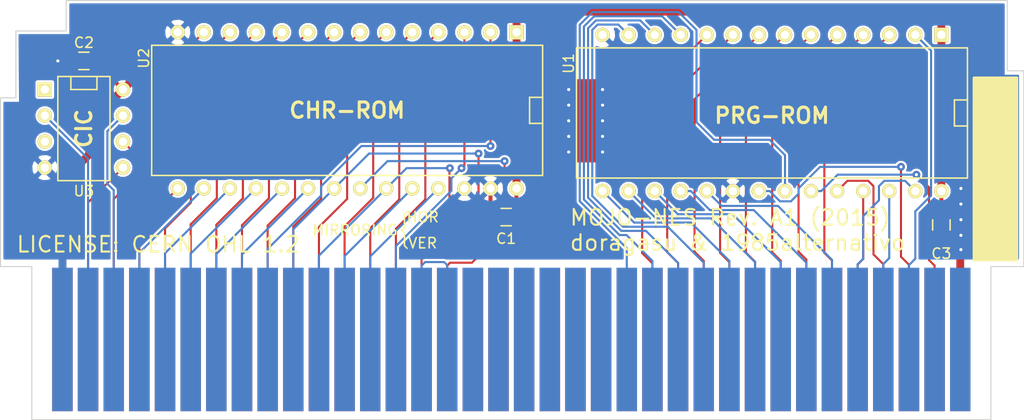
<source format=kicad_pcb>
(kicad_pcb (version 20160815) (host pcbnew "(2016-12-22 revision d365dc590)-master")

  (general
    (links 74)
    (no_connects 0)
    (area 92.405999 91.339199 192.226401 134.8357)
    (thickness 1.6)
    (drawings 29)
    (tracks 391)
    (zones 0)
    (modules 9)
    (nets 73)
  )

  (page A4)
  (title_block
    (title MOJO-NES)
    (date 2016-12-28)
    (rev A1)
    (company "doragasu (1985alternativo)")
    (comment 1 "(licence required for product manufacture, see section 4 of License)")
    (comment 2 "License: CERN OHL 1.2: http://www.ohwr.org/licenses/cern-ohl/v1.2")
  )

  (layers
    (0 F.Cu signal)
    (31 B.Cu signal)
    (37 F.SilkS user)
    (38 B.Mask user hide)
    (39 F.Mask user hide)
    (44 Edge.Cuts user)
    (45 Margin user)
    (47 F.CrtYd user)
    (49 F.Fab user hide)
  )

  (setup
    (last_trace_width 0.2032)
    (trace_clearance 0.2032)
    (zone_clearance 0.2032)
    (zone_45_only yes)
    (trace_min 0.2032)
    (segment_width 0.1524)
    (edge_width 0.1)
    (via_size 0.762)
    (via_drill 0.3048)
    (via_min_size 0.762)
    (via_min_drill 0.3048)
    (uvia_size 0.508)
    (uvia_drill 0.127)
    (uvias_allowed no)
    (uvia_min_size 0.508)
    (uvia_min_drill 0.127)
    (pcb_text_width 0.3)
    (pcb_text_size 1.5 1.5)
    (mod_edge_width 0.15)
    (mod_text_size 1 1)
    (mod_text_width 0.15)
    (pad_size 1.5 1.5)
    (pad_drill 0.6)
    (pad_to_mask_clearance 0)
    (aux_axis_origin 139.7 132.08)
    (grid_origin 139.7 132.08)
    (visible_elements 7FFFFF7F)
    (pcbplotparams
      (layerselection 0x010e0_ffffffff)
      (usegerberextensions false)
      (excludeedgelayer true)
      (linewidth 0.100000)
      (plotframeref false)
      (viasonmask false)
      (mode 1)
      (useauxorigin false)
      (hpglpennumber 1)
      (hpglpenspeed 20)
      (hpglpendiameter 15)
      (psnegative false)
      (psa4output false)
      (plotreference true)
      (plotvalue false)
      (plotinvisibletext false)
      (padsonsilk false)
      (subtractmaskfromsilk false)
      (outputformat 1)
      (mirror false)
      (drillshape 0)
      (scaleselection 1)
      (outputdirectory gerber/))
  )

  (net 0 "")
  (net 1 +5V)
  (net 2 GND)
  (net 3 /PA11)
  (net 4 /PA10)
  (net 5 /PA9)
  (net 6 /PA8)
  (net 7 /PA7)
  (net 8 /PA6)
  (net 9 /PA5)
  (net 10 /PA4)
  (net 11 /PA3)
  (net 12 /PA2)
  (net 13 /PA1)
  (net 14 /PA0)
  (net 15 "Net-(J1-Pad14)")
  (net 16 "Net-(J1-Pad15)")
  (net 17 "Net-(J1-Pad16)")
  (net 18 "Net-(J1-Pad17)")
  (net 19 "Net-(J1-Pad18)")
  (net 20 "Net-(J1-Pad19)")
  (net 21 "Net-(J1-Pad20)")
  (net 22 /COE)
  (net 23 /VA10)
  (net 24 /CA6)
  (net 25 /CA5)
  (net 26 /CA4)
  (net 27 /CA3)
  (net 28 /CA2)
  (net 29 /CA1)
  (net 30 /CA0)
  (net 31 /CD0)
  (net 32 /CD1)
  (net 33 /CD2)
  (net 34 /CD3)
  (net 35 /LS0)
  (net 36 /LS1)
  (net 37 "Net-(J1-Pad37)")
  (net 38 "Net-(J1-Pad38)")
  (net 39 /PA12)
  (net 40 /PA13)
  (net 41 /PA14)
  (net 42 /PD7)
  (net 43 /PD6)
  (net 44 /PD5)
  (net 45 /PD4)
  (net 46 /PD3)
  (net 47 /PD2)
  (net 48 /PD1)
  (net 49 /PD0)
  (net 50 /POE)
  (net 51 "Net-(J1-Pad51)")
  (net 52 "Net-(J1-Pad52)")
  (net 53 "Net-(J1-Pad53)")
  (net 54 "Net-(J1-Pad54)")
  (net 55 "Net-(J1-Pad55)")
  (net 56 "Net-(J1-Pad56)")
  (net 57 "Net-(J1-Pad57)")
  (net 58 /CA7)
  (net 59 /CA8)
  (net 60 /CA9)
  (net 61 /CA11)
  (net 62 /CA10)
  (net 63 /CA12)
  (net 64 /CA13)
  (net 65 /CD7)
  (net 66 /CD6)
  (net 67 /CD5)
  (net 68 /CD4)
  (net 69 /LS2)
  (net 70 /LCK)
  (net 71 "Net-(U3-Pad1)")
  (net 72 "Net-(U3-Pad3)")

  (net_class Default "This is the default net class."
    (clearance 0.2032)
    (trace_width 0.2032)
    (via_dia 0.762)
    (via_drill 0.3048)
    (uvia_dia 0.508)
    (uvia_drill 0.127)
    (diff_pair_gap 0.25)
    (diff_pair_width 0.2)
    (add_net /CA0)
    (add_net /CA1)
    (add_net /CA10)
    (add_net /CA11)
    (add_net /CA12)
    (add_net /CA13)
    (add_net /CA2)
    (add_net /CA3)
    (add_net /CA4)
    (add_net /CA5)
    (add_net /CA6)
    (add_net /CA7)
    (add_net /CA8)
    (add_net /CA9)
    (add_net /CD0)
    (add_net /CD1)
    (add_net /CD2)
    (add_net /CD3)
    (add_net /CD4)
    (add_net /CD5)
    (add_net /CD6)
    (add_net /CD7)
    (add_net /COE)
    (add_net /LCK)
    (add_net /LS0)
    (add_net /LS1)
    (add_net /LS2)
    (add_net /PA0)
    (add_net /PA1)
    (add_net /PA10)
    (add_net /PA11)
    (add_net /PA12)
    (add_net /PA13)
    (add_net /PA14)
    (add_net /PA2)
    (add_net /PA3)
    (add_net /PA4)
    (add_net /PA5)
    (add_net /PA6)
    (add_net /PA7)
    (add_net /PA8)
    (add_net /PA9)
    (add_net /PD0)
    (add_net /PD1)
    (add_net /PD2)
    (add_net /PD3)
    (add_net /PD4)
    (add_net /PD5)
    (add_net /PD6)
    (add_net /PD7)
    (add_net /POE)
    (add_net /VA10)
    (add_net "Net-(J1-Pad14)")
    (add_net "Net-(J1-Pad15)")
    (add_net "Net-(J1-Pad16)")
    (add_net "Net-(J1-Pad17)")
    (add_net "Net-(J1-Pad18)")
    (add_net "Net-(J1-Pad19)")
    (add_net "Net-(J1-Pad20)")
    (add_net "Net-(J1-Pad37)")
    (add_net "Net-(J1-Pad38)")
    (add_net "Net-(J1-Pad51)")
    (add_net "Net-(J1-Pad52)")
    (add_net "Net-(J1-Pad53)")
    (add_net "Net-(J1-Pad54)")
    (add_net "Net-(J1-Pad55)")
    (add_net "Net-(J1-Pad56)")
    (add_net "Net-(J1-Pad57)")
    (add_net "Net-(U3-Pad1)")
    (add_net "Net-(U3-Pad3)")
  )

  (net_class Fat ""
    (clearance 0.2032)
    (trace_width 0.762)
    (via_dia 0.889)
    (via_drill 0.3048)
    (uvia_dia 0.508)
    (uvia_drill 0.127)
    (diff_pair_gap 0.25)
    (diff_pair_width 0.2)
    (add_net +5V)
    (add_net GND)
  )

  (net_class Power ""
    (clearance 0.2032)
    (trace_width 0.381)
    (via_dia 0.762)
    (via_drill 0.3048)
    (uvia_dia 0.508)
    (uvia_drill 0.127)
    (diff_pair_gap 0.25)
    (diff_pair_width 0.2)
  )

  (module Capacitors_SMD:C_0805 (layer F.Cu) (tedit 54A75F0C) (tstamp 54A479BC)
    (at 141.732 112.522 180)
    (descr "Capacitor SMD 0805, reflow soldering, AVX (see smccp.pdf)")
    (tags "capacitor 0805")
    (path /54A31295)
    (attr smd)
    (fp_text reference C1 (at 0 -2.1 180) (layer F.SilkS)
      (effects (font (size 1 1) (thickness 0.15)))
    )
    (fp_text value 100n (at 0 2.1 180) (layer F.SilkS) hide
      (effects (font (size 1 1) (thickness 0.15)))
    )
    (fp_line (start -1.8 -1) (end 1.8 -1) (layer F.CrtYd) (width 0.05))
    (fp_line (start -1.8 1) (end 1.8 1) (layer F.CrtYd) (width 0.05))
    (fp_line (start -1.8 -1) (end -1.8 1) (layer F.CrtYd) (width 0.05))
    (fp_line (start 1.8 -1) (end 1.8 1) (layer F.CrtYd) (width 0.05))
    (fp_line (start 0.5 -0.85) (end -0.5 -0.85) (layer F.SilkS) (width 0.15))
    (fp_line (start -0.5 0.85) (end 0.5 0.85) (layer F.SilkS) (width 0.15))
    (pad 1 smd rect (at -1 0 180) (size 1 1.25) (layers F.Cu F.Mask)
      (net 1 +5V))
    (pad 2 smd rect (at 1 0 180) (size 1 1.25) (layers F.Cu F.Mask)
      (net 2 GND))
    (model Capacitors_SMD/C_0805.wrl
      (at (xyz 0 0 0))
      (scale (xyz 1 1 1))
      (rotate (xyz 0 0 0))
    )
  )

  (module Capacitors_SMD:C_0805 (layer F.Cu) (tedit 54A75F45) (tstamp 54A479C8)
    (at 100.584 97.282 180)
    (descr "Capacitor SMD 0805, reflow soldering, AVX (see smccp.pdf)")
    (tags "capacitor 0805")
    (path /54A312E0)
    (attr smd)
    (fp_text reference C2 (at 0 1.778 180) (layer F.SilkS)
      (effects (font (size 1 1) (thickness 0.15)))
    )
    (fp_text value 100n (at 0 2.1 180) (layer F.SilkS) hide
      (effects (font (size 1 1) (thickness 0.15)))
    )
    (fp_line (start -1.8 -1) (end 1.8 -1) (layer F.CrtYd) (width 0.05))
    (fp_line (start -1.8 1) (end 1.8 1) (layer F.CrtYd) (width 0.05))
    (fp_line (start -1.8 -1) (end -1.8 1) (layer F.CrtYd) (width 0.05))
    (fp_line (start 1.8 -1) (end 1.8 1) (layer F.CrtYd) (width 0.05))
    (fp_line (start 0.5 -0.85) (end -0.5 -0.85) (layer F.SilkS) (width 0.15))
    (fp_line (start -0.5 0.85) (end 0.5 0.85) (layer F.SilkS) (width 0.15))
    (pad 1 smd rect (at -1 0 180) (size 1 1.25) (layers F.Cu F.Mask)
      (net 1 +5V))
    (pad 2 smd rect (at 1 0 180) (size 1 1.25) (layers F.Cu F.Mask)
      (net 2 GND))
    (model Capacitors_SMD/C_0805.wrl
      (at (xyz 0 0 0))
      (scale (xyz 1 1 1))
      (rotate (xyz 0 0 0))
    )
  )

  (module Capacitors_SMD:C_0805 (layer F.Cu) (tedit 54A761CA) (tstamp 54A479D4)
    (at 184.15 113.284 270)
    (descr "Capacitor SMD 0805, reflow soldering, AVX (see smccp.pdf)")
    (tags "capacitor 0805")
    (path /54A312FD)
    (attr smd)
    (fp_text reference C3 (at 2.794 0) (layer F.SilkS)
      (effects (font (size 1 1) (thickness 0.15)))
    )
    (fp_text value 100n (at 0 2.1 270) (layer F.SilkS) hide
      (effects (font (size 1 1) (thickness 0.15)))
    )
    (fp_line (start -1.8 -1) (end 1.8 -1) (layer F.CrtYd) (width 0.05))
    (fp_line (start -1.8 1) (end 1.8 1) (layer F.CrtYd) (width 0.05))
    (fp_line (start -1.8 -1) (end -1.8 1) (layer F.CrtYd) (width 0.05))
    (fp_line (start 1.8 -1) (end 1.8 1) (layer F.CrtYd) (width 0.05))
    (fp_line (start 0.5 -0.85) (end -0.5 -0.85) (layer F.SilkS) (width 0.15))
    (fp_line (start -0.5 0.85) (end 0.5 0.85) (layer F.SilkS) (width 0.15))
    (pad 1 smd rect (at -1 0 270) (size 1 1.25) (layers F.Cu F.Mask)
      (net 1 +5V))
    (pad 2 smd rect (at 1 0 270) (size 1 1.25) (layers F.Cu F.Mask)
      (net 2 GND))
    (model Capacitors_SMD/C_0805.wrl
      (at (xyz 0 0 0))
      (scale (xyz 1 1 1))
      (rotate (xyz 0 0 0))
    )
  )

  (module Sockets_DIP:DIP-28__600 (layer F.Cu) (tedit 54A75F83) (tstamp 54A47E34)
    (at 167.64 102.362 180)
    (descr "Module Dil 28 pins, pads ronds, e=600 mils")
    (tags DIL)
    (path /54A1CD2D)
    (fp_text reference U1 (at 19.812 4.826 270) (layer F.SilkS)
      (effects (font (size 1 1) (thickness 0.15)))
    )
    (fp_text value 27C512 (at 6.35 3.81 180) (layer F.SilkS) hide
      (effects (font (size 1 1) (thickness 0.15)))
    )
    (fp_line (start -19.05 -1.27) (end -19.05 -1.27) (layer F.SilkS) (width 0.15))
    (fp_line (start -19.05 -1.27) (end -17.78 -1.27) (layer F.SilkS) (width 0.15))
    (fp_line (start -17.78 -1.27) (end -17.78 1.27) (layer F.SilkS) (width 0.15))
    (fp_line (start -17.78 1.27) (end -19.05 1.27) (layer F.SilkS) (width 0.15))
    (fp_line (start -19.05 -6.35) (end 19.05 -6.35) (layer F.SilkS) (width 0.15))
    (fp_line (start 19.05 -6.35) (end 19.05 6.35) (layer F.SilkS) (width 0.15))
    (fp_line (start 19.05 6.35) (end -19.05 6.35) (layer F.SilkS) (width 0.15))
    (fp_line (start -19.05 6.35) (end -19.05 -6.35) (layer F.SilkS) (width 0.15))
    (pad 1 thru_hole rect (at -16.51 7.62 180) (size 1.397 1.397) (drill 0.8128) (layers *.Cu *.Mask F.SilkS)
      (net 1 +5V))
    (pad 2 thru_hole circle (at -13.97 7.62 180) (size 1.397 1.397) (drill 0.8128) (layers *.Cu *.Mask F.SilkS)
      (net 39 /PA12))
    (pad 3 thru_hole circle (at -11.43 7.62 180) (size 1.397 1.397) (drill 0.8128) (layers *.Cu *.Mask F.SilkS)
      (net 7 /PA7))
    (pad 4 thru_hole circle (at -8.89 7.62 180) (size 1.397 1.397) (drill 0.8128) (layers *.Cu *.Mask F.SilkS)
      (net 8 /PA6))
    (pad 5 thru_hole circle (at -6.35 7.62 180) (size 1.397 1.397) (drill 0.8128) (layers *.Cu *.Mask F.SilkS)
      (net 9 /PA5))
    (pad 6 thru_hole circle (at -3.81 7.62 180) (size 1.397 1.397) (drill 0.8128) (layers *.Cu *.Mask F.SilkS)
      (net 10 /PA4))
    (pad 7 thru_hole circle (at -1.27 7.62 180) (size 1.397 1.397) (drill 0.8128) (layers *.Cu *.Mask F.SilkS)
      (net 11 /PA3))
    (pad 8 thru_hole circle (at 1.27 7.62 180) (size 1.397 1.397) (drill 0.8128) (layers *.Cu *.Mask F.SilkS)
      (net 12 /PA2))
    (pad 9 thru_hole circle (at 3.81 7.62 180) (size 1.397 1.397) (drill 0.8128) (layers *.Cu *.Mask F.SilkS)
      (net 13 /PA1))
    (pad 10 thru_hole circle (at 6.35 7.62 180) (size 1.397 1.397) (drill 0.8128) (layers *.Cu *.Mask F.SilkS)
      (net 14 /PA0))
    (pad 11 thru_hole circle (at 8.89 7.62 180) (size 1.397 1.397) (drill 0.8128) (layers *.Cu *.Mask F.SilkS)
      (net 49 /PD0))
    (pad 12 thru_hole circle (at 11.43 7.62 180) (size 1.397 1.397) (drill 0.8128) (layers *.Cu *.Mask F.SilkS)
      (net 48 /PD1))
    (pad 13 thru_hole circle (at 13.97 7.62 180) (size 1.397 1.397) (drill 0.8128) (layers *.Cu *.Mask F.SilkS)
      (net 47 /PD2))
    (pad 14 thru_hole circle (at 16.51 7.62 180) (size 1.397 1.397) (drill 0.8128) (layers *.Cu *.Mask F.SilkS)
      (net 2 GND))
    (pad 15 thru_hole circle (at 16.51 -7.62 180) (size 1.397 1.397) (drill 0.8128) (layers *.Cu *.Mask F.SilkS)
      (net 46 /PD3))
    (pad 16 thru_hole circle (at 13.97 -7.62 180) (size 1.397 1.397) (drill 0.8128) (layers *.Cu *.Mask F.SilkS)
      (net 45 /PD4))
    (pad 17 thru_hole circle (at 11.43 -7.62 180) (size 1.397 1.397) (drill 0.8128) (layers *.Cu *.Mask F.SilkS)
      (net 44 /PD5))
    (pad 18 thru_hole circle (at 8.89 -7.62 180) (size 1.397 1.397) (drill 0.8128) (layers *.Cu *.Mask F.SilkS)
      (net 43 /PD6))
    (pad 19 thru_hole circle (at 6.35 -7.62 180) (size 1.397 1.397) (drill 0.8128) (layers *.Cu *.Mask F.SilkS)
      (net 42 /PD7))
    (pad 20 thru_hole circle (at 3.81 -7.62 180) (size 1.397 1.397) (drill 0.8128) (layers *.Cu *.Mask F.SilkS)
      (net 2 GND))
    (pad 21 thru_hole circle (at 1.27 -7.62 180) (size 1.397 1.397) (drill 0.8128) (layers *.Cu *.Mask F.SilkS)
      (net 4 /PA10))
    (pad 22 thru_hole circle (at -1.27 -7.62 180) (size 1.397 1.397) (drill 0.8128) (layers *.Cu *.Mask F.SilkS)
      (net 50 /POE))
    (pad 23 thru_hole circle (at -3.81 -7.62 180) (size 1.397 1.397) (drill 0.8128) (layers *.Cu *.Mask F.SilkS)
      (net 3 /PA11))
    (pad 24 thru_hole circle (at -6.35 -7.62 180) (size 1.397 1.397) (drill 0.8128) (layers *.Cu *.Mask F.SilkS)
      (net 5 /PA9))
    (pad 25 thru_hole circle (at -8.89 -7.62 180) (size 1.397 1.397) (drill 0.8128) (layers *.Cu *.Mask F.SilkS)
      (net 6 /PA8))
    (pad 26 thru_hole circle (at -11.43 -7.62 180) (size 1.397 1.397) (drill 0.8128) (layers *.Cu *.Mask F.SilkS)
      (net 40 /PA13))
    (pad 27 thru_hole circle (at -13.97 -7.62 180) (size 1.397 1.397) (drill 0.8128) (layers *.Cu *.Mask F.SilkS)
      (net 41 /PA14))
    (pad 28 thru_hole circle (at -16.51 -7.62 180) (size 1.397 1.397) (drill 0.8128) (layers *.Cu *.Mask F.SilkS)
      (net 1 +5V))
    (model Sockets_DIP/DIP-28__600.wrl
      (at (xyz 0 0 0))
      (scale (xyz 1 1 1))
      (rotate (xyz 0 0 0))
    )
  )

  (module Sockets_DIP:DIP-28__600 (layer F.Cu) (tedit 54A75F8A) (tstamp 54A47A84)
    (at 126.238 102.108 180)
    (descr "Module Dil 28 pins, pads ronds, e=600 mils")
    (tags DIL)
    (path /54A1DDDE)
    (fp_text reference U2 (at 19.812 5.08 270) (layer F.SilkS)
      (effects (font (size 1 1) (thickness 0.15)))
    )
    (fp_text value 27C512 (at 6.35 3.81 180) (layer F.SilkS) hide
      (effects (font (size 1 1) (thickness 0.15)))
    )
    (fp_line (start -19.05 -1.27) (end -19.05 -1.27) (layer F.SilkS) (width 0.15))
    (fp_line (start -19.05 -1.27) (end -17.78 -1.27) (layer F.SilkS) (width 0.15))
    (fp_line (start -17.78 -1.27) (end -17.78 1.27) (layer F.SilkS) (width 0.15))
    (fp_line (start -17.78 1.27) (end -19.05 1.27) (layer F.SilkS) (width 0.15))
    (fp_line (start -19.05 -6.35) (end 19.05 -6.35) (layer F.SilkS) (width 0.15))
    (fp_line (start 19.05 -6.35) (end 19.05 6.35) (layer F.SilkS) (width 0.15))
    (fp_line (start 19.05 6.35) (end -19.05 6.35) (layer F.SilkS) (width 0.15))
    (fp_line (start -19.05 6.35) (end -19.05 -6.35) (layer F.SilkS) (width 0.15))
    (pad 1 thru_hole rect (at -16.51 7.62 180) (size 1.397 1.397) (drill 0.8128) (layers *.Cu *.Mask F.SilkS)
      (net 1 +5V))
    (pad 2 thru_hole circle (at -13.97 7.62 180) (size 1.397 1.397) (drill 0.8128) (layers *.Cu *.Mask F.SilkS)
      (net 63 /CA12))
    (pad 3 thru_hole circle (at -11.43 7.62 180) (size 1.397 1.397) (drill 0.8128) (layers *.Cu *.Mask F.SilkS)
      (net 58 /CA7))
    (pad 4 thru_hole circle (at -8.89 7.62 180) (size 1.397 1.397) (drill 0.8128) (layers *.Cu *.Mask F.SilkS)
      (net 24 /CA6))
    (pad 5 thru_hole circle (at -6.35 7.62 180) (size 1.397 1.397) (drill 0.8128) (layers *.Cu *.Mask F.SilkS)
      (net 25 /CA5))
    (pad 6 thru_hole circle (at -3.81 7.62 180) (size 1.397 1.397) (drill 0.8128) (layers *.Cu *.Mask F.SilkS)
      (net 26 /CA4))
    (pad 7 thru_hole circle (at -1.27 7.62 180) (size 1.397 1.397) (drill 0.8128) (layers *.Cu *.Mask F.SilkS)
      (net 27 /CA3))
    (pad 8 thru_hole circle (at 1.27 7.62 180) (size 1.397 1.397) (drill 0.8128) (layers *.Cu *.Mask F.SilkS)
      (net 28 /CA2))
    (pad 9 thru_hole circle (at 3.81 7.62 180) (size 1.397 1.397) (drill 0.8128) (layers *.Cu *.Mask F.SilkS)
      (net 29 /CA1))
    (pad 10 thru_hole circle (at 6.35 7.62 180) (size 1.397 1.397) (drill 0.8128) (layers *.Cu *.Mask F.SilkS)
      (net 30 /CA0))
    (pad 11 thru_hole circle (at 8.89 7.62 180) (size 1.397 1.397) (drill 0.8128) (layers *.Cu *.Mask F.SilkS)
      (net 31 /CD0))
    (pad 12 thru_hole circle (at 11.43 7.62 180) (size 1.397 1.397) (drill 0.8128) (layers *.Cu *.Mask F.SilkS)
      (net 32 /CD1))
    (pad 13 thru_hole circle (at 13.97 7.62 180) (size 1.397 1.397) (drill 0.8128) (layers *.Cu *.Mask F.SilkS)
      (net 33 /CD2))
    (pad 14 thru_hole circle (at 16.51 7.62 180) (size 1.397 1.397) (drill 0.8128) (layers *.Cu *.Mask F.SilkS)
      (net 2 GND))
    (pad 15 thru_hole circle (at 16.51 -7.62 180) (size 1.397 1.397) (drill 0.8128) (layers *.Cu *.Mask F.SilkS)
      (net 34 /CD3))
    (pad 16 thru_hole circle (at 13.97 -7.62 180) (size 1.397 1.397) (drill 0.8128) (layers *.Cu *.Mask F.SilkS)
      (net 68 /CD4))
    (pad 17 thru_hole circle (at 11.43 -7.62 180) (size 1.397 1.397) (drill 0.8128) (layers *.Cu *.Mask F.SilkS)
      (net 67 /CD5))
    (pad 18 thru_hole circle (at 8.89 -7.62 180) (size 1.397 1.397) (drill 0.8128) (layers *.Cu *.Mask F.SilkS)
      (net 66 /CD6))
    (pad 19 thru_hole circle (at 6.35 -7.62 180) (size 1.397 1.397) (drill 0.8128) (layers *.Cu *.Mask F.SilkS)
      (net 65 /CD7))
    (pad 20 thru_hole circle (at 3.81 -7.62 180) (size 1.397 1.397) (drill 0.8128) (layers *.Cu *.Mask F.SilkS)
      (net 64 /CA13))
    (pad 21 thru_hole circle (at 1.27 -7.62 180) (size 1.397 1.397) (drill 0.8128) (layers *.Cu *.Mask F.SilkS)
      (net 62 /CA10))
    (pad 22 thru_hole circle (at -1.27 -7.62 180) (size 1.397 1.397) (drill 0.8128) (layers *.Cu *.Mask F.SilkS)
      (net 22 /COE))
    (pad 23 thru_hole circle (at -3.81 -7.62 180) (size 1.397 1.397) (drill 0.8128) (layers *.Cu *.Mask F.SilkS)
      (net 61 /CA11))
    (pad 24 thru_hole circle (at -6.35 -7.62 180) (size 1.397 1.397) (drill 0.8128) (layers *.Cu *.Mask F.SilkS)
      (net 60 /CA9))
    (pad 25 thru_hole circle (at -8.89 -7.62 180) (size 1.397 1.397) (drill 0.8128) (layers *.Cu *.Mask F.SilkS)
      (net 59 /CA8))
    (pad 26 thru_hole circle (at -11.43 -7.62 180) (size 1.397 1.397) (drill 0.8128) (layers *.Cu *.Mask F.SilkS)
      (net 2 GND))
    (pad 27 thru_hole circle (at -13.97 -7.62 180) (size 1.397 1.397) (drill 0.8128) (layers *.Cu *.Mask F.SilkS)
      (net 2 GND))
    (pad 28 thru_hole circle (at -16.51 -7.62 180) (size 1.397 1.397) (drill 0.8128) (layers *.Cu *.Mask F.SilkS)
      (net 1 +5V))
    (model Sockets_DIP/DIP-28__600.wrl
      (at (xyz 0 0 0))
      (scale (xyz 1 1 1))
      (rotate (xyz 0 0 0))
    )
  )

  (module Sockets_DIP:DIP-8__300 (layer F.Cu) (tedit 54A75F4C) (tstamp 54A47A97)
    (at 100.584 103.886 270)
    (descr "8 pins DIL package, round pads")
    (tags DIL)
    (path /54A2F8EA)
    (fp_text reference U3 (at 6.096 0) (layer F.SilkS)
      (effects (font (size 1 1) (thickness 0.15)))
    )
    (fp_text value ATTINY13-P (at 0 0 270) (layer F.SilkS) hide
      (effects (font (size 1 1) (thickness 0.15)))
    )
    (fp_line (start -5.08 -1.27) (end -3.81 -1.27) (layer F.SilkS) (width 0.15))
    (fp_line (start -3.81 -1.27) (end -3.81 1.27) (layer F.SilkS) (width 0.15))
    (fp_line (start -3.81 1.27) (end -5.08 1.27) (layer F.SilkS) (width 0.15))
    (fp_line (start -5.08 -2.54) (end 5.08 -2.54) (layer F.SilkS) (width 0.15))
    (fp_line (start 5.08 -2.54) (end 5.08 2.54) (layer F.SilkS) (width 0.15))
    (fp_line (start 5.08 2.54) (end -5.08 2.54) (layer F.SilkS) (width 0.15))
    (fp_line (start -5.08 2.54) (end -5.08 -2.54) (layer F.SilkS) (width 0.15))
    (pad 1 thru_hole rect (at -3.81 3.81 270) (size 1.397 1.397) (drill 0.8128) (layers *.Cu *.Mask F.SilkS)
      (net 71 "Net-(U3-Pad1)"))
    (pad 2 thru_hole circle (at -1.27 3.81 270) (size 1.397 1.397) (drill 0.8128) (layers *.Cu *.Mask F.SilkS)
      (net 70 /LCK))
    (pad 3 thru_hole circle (at 1.27 3.81 270) (size 1.397 1.397) (drill 0.8128) (layers *.Cu *.Mask F.SilkS)
      (net 72 "Net-(U3-Pad3)"))
    (pad 4 thru_hole circle (at 3.81 3.81 270) (size 1.397 1.397) (drill 0.8128) (layers *.Cu *.Mask F.SilkS)
      (net 2 GND))
    (pad 5 thru_hole circle (at 3.81 -3.81 270) (size 1.397 1.397) (drill 0.8128) (layers *.Cu *.Mask F.SilkS)
      (net 36 /LS1))
    (pad 6 thru_hole circle (at 1.27 -3.81 270) (size 1.397 1.397) (drill 0.8128) (layers *.Cu *.Mask F.SilkS)
      (net 35 /LS0))
    (pad 7 thru_hole circle (at -1.27 -3.81 270) (size 1.397 1.397) (drill 0.8128) (layers *.Cu *.Mask F.SilkS)
      (net 69 /LS2))
    (pad 8 thru_hole circle (at -3.81 -3.81 270) (size 1.397 1.397) (drill 0.8128) (layers *.Cu *.Mask F.SilkS)
      (net 1 +5V))
    (model Sockets_DIP/DIP-8__300.wrl
      (at (xyz 0 0 0))
      (scale (xyz 1 1 1))
      (rotate (xyz 0 0 0))
    )
  )

  (module doragasu:NES_CART_FINGERS (layer F.Cu) (tedit 58638AB1) (tstamp 54A47A20)
    (at 142.24 124.46)
    (path /54A19E00)
    (fp_text reference J1 (at 0 -8.89) (layer F.SilkS) hide
      (effects (font (size 1.5 1.5) (thickness 0.15)))
    )
    (fp_text value NES-CART (at 0 8.89) (layer F.SilkS) hide
      (effects (font (size 1.5 1.5) (thickness 0.15)))
    )
    (pad 1 connect rect (at 43.75 0) (size 2 14) (layers F.Cu F.Mask)
      (net 2 GND) (solder_mask_margin 0.3))
    (pad 2 connect rect (at 41.25 0) (size 2 14) (layers F.Cu F.Mask)
      (net 3 /PA11) (solder_mask_margin 0.3))
    (pad 3 connect rect (at 38.75 0) (size 2 14) (layers F.Cu F.Mask)
      (net 4 /PA10) (solder_mask_margin 0.3))
    (pad 4 connect rect (at 36.25 0) (size 2 14) (layers F.Cu F.Mask)
      (net 5 /PA9) (solder_mask_margin 0.3))
    (pad 5 connect rect (at 33.75 0) (size 2 14) (layers F.Cu F.Mask)
      (net 6 /PA8) (solder_mask_margin 0.3))
    (pad 6 connect rect (at 31.25 0) (size 2 14) (layers F.Cu F.Mask)
      (net 7 /PA7) (solder_mask_margin 0.3))
    (pad 7 connect rect (at 28.75 0) (size 2 14) (layers F.Cu F.Mask)
      (net 8 /PA6) (solder_mask_margin 0.3))
    (pad 8 connect rect (at 26.25 0) (size 2 14) (layers F.Cu F.Mask)
      (net 9 /PA5) (solder_mask_margin 0.3))
    (pad 9 connect rect (at 23.75 0) (size 2 14) (layers F.Cu F.Mask)
      (net 10 /PA4) (solder_mask_margin 0.3))
    (pad 10 connect rect (at 21.25 0) (size 2 14) (layers F.Cu F.Mask)
      (net 11 /PA3) (solder_mask_margin 0.3))
    (pad 11 connect rect (at 18.75 0) (size 2 14) (layers F.Cu F.Mask)
      (net 12 /PA2) (solder_mask_margin 0.3))
    (pad 12 connect rect (at 16.25 0) (size 2 14) (layers F.Cu F.Mask)
      (net 13 /PA1) (solder_mask_margin 0.3))
    (pad 13 connect rect (at 13.75 0) (size 2 14) (layers F.Cu F.Mask)
      (net 14 /PA0) (solder_mask_margin 0.3))
    (pad 14 connect rect (at 11.25 0) (size 2 14) (layers F.Cu F.Mask)
      (net 15 "Net-(J1-Pad14)") (solder_mask_margin 0.3))
    (pad 15 connect rect (at 8.75 0) (size 2 14) (layers F.Cu F.Mask)
      (net 16 "Net-(J1-Pad15)") (solder_mask_margin 0.3))
    (pad 16 connect rect (at 6.25 0) (size 2 14) (layers F.Cu F.Mask)
      (net 17 "Net-(J1-Pad16)") (solder_mask_margin 0.3))
    (pad 17 connect rect (at 3.75 0) (size 2 14) (layers F.Cu F.Mask)
      (net 18 "Net-(J1-Pad17)") (solder_mask_margin 0.3))
    (pad 18 connect rect (at 1.25 0) (size 2 14) (layers F.Cu F.Mask)
      (net 19 "Net-(J1-Pad18)") (solder_mask_margin 0.3))
    (pad 19 connect rect (at -1.25 0) (size 2 14) (layers F.Cu F.Mask)
      (net 20 "Net-(J1-Pad19)") (solder_mask_margin 0.3))
    (pad 20 connect rect (at -3.75 0) (size 2 14) (layers F.Cu F.Mask)
      (net 21 "Net-(J1-Pad20)") (solder_mask_margin 0.3))
    (pad 21 connect rect (at -6.25 0) (size 2 14) (layers F.Cu F.Mask)
      (net 22 /COE) (solder_mask_margin 0.3))
    (pad 22 connect rect (at -8.75 0) (size 2 14) (layers F.Cu F.Mask)
      (net 23 /VA10) (solder_mask_margin 0.3))
    (pad 23 connect rect (at -11.25 0) (size 2 14) (layers F.Cu F.Mask)
      (net 24 /CA6) (solder_mask_margin 0.3))
    (pad 24 connect rect (at -13.75 0) (size 2 14) (layers F.Cu F.Mask)
      (net 25 /CA5) (solder_mask_margin 0.3))
    (pad 25 connect rect (at -16.25 0) (size 2 14) (layers F.Cu F.Mask)
      (net 26 /CA4) (solder_mask_margin 0.3))
    (pad 26 connect rect (at -18.75 0) (size 2 14) (layers F.Cu F.Mask)
      (net 27 /CA3) (solder_mask_margin 0.3))
    (pad 27 connect rect (at -21.25 0) (size 2 14) (layers F.Cu F.Mask)
      (net 28 /CA2) (solder_mask_margin 0.3))
    (pad 28 connect rect (at -23.75 0) (size 2 14) (layers F.Cu F.Mask)
      (net 29 /CA1) (solder_mask_margin 0.3))
    (pad 29 connect rect (at -26.25 0) (size 2 14) (layers F.Cu F.Mask)
      (net 30 /CA0) (solder_mask_margin 0.3))
    (pad 30 connect rect (at -28.75 0) (size 2 14) (layers F.Cu F.Mask)
      (net 31 /CD0) (solder_mask_margin 0.3))
    (pad 31 connect rect (at -31.25 0) (size 2 14) (layers F.Cu F.Mask)
      (net 32 /CD1) (solder_mask_margin 0.3))
    (pad 32 connect rect (at -33.75 0) (size 2 14) (layers F.Cu F.Mask)
      (net 33 /CD2) (solder_mask_margin 0.3))
    (pad 33 connect rect (at -36.25 0) (size 2 14) (layers F.Cu F.Mask)
      (net 34 /CD3) (solder_mask_margin 0.3))
    (pad 34 connect rect (at -38.75 0) (size 2 14) (layers F.Cu F.Mask)
      (net 35 /LS0) (solder_mask_margin 0.3))
    (pad 35 connect rect (at -41.25 0) (size 2 14) (layers F.Cu F.Mask)
      (net 36 /LS1) (solder_mask_margin 0.3))
    (pad 36 connect rect (at -43.75 0) (size 2 14) (layers F.Cu F.Mask)
      (net 1 +5V) (solder_mask_margin 0.3))
    (pad 37 connect rect (at 43.75 0) (size 2 14) (layers B.Cu B.Mask)
      (net 37 "Net-(J1-Pad37)") (solder_mask_margin 0.3))
    (pad 38 connect rect (at 41.25 0) (size 2 14) (layers B.Cu B.Mask)
      (net 38 "Net-(J1-Pad38)") (solder_mask_margin 0.3))
    (pad 39 connect rect (at 38.75 0) (size 2 14) (layers B.Cu B.Mask)
      (net 39 /PA12) (solder_mask_margin 0.3))
    (pad 40 connect rect (at 36.25 0) (size 2 14) (layers B.Cu B.Mask)
      (net 40 /PA13) (solder_mask_margin 0.3))
    (pad 41 connect rect (at 33.75 0) (size 2 14) (layers B.Cu B.Mask)
      (net 41 /PA14) (solder_mask_margin 0.3))
    (pad 42 connect rect (at 31.25 0) (size 2 14) (layers B.Cu B.Mask)
      (net 42 /PD7) (solder_mask_margin 0.3))
    (pad 43 connect rect (at 28.75 0) (size 2 14) (layers B.Cu B.Mask)
      (net 43 /PD6) (solder_mask_margin 0.3))
    (pad 44 connect rect (at 26.25 0) (size 2 14) (layers B.Cu B.Mask)
      (net 44 /PD5) (solder_mask_margin 0.3))
    (pad 45 connect rect (at 23.75 0) (size 2 14) (layers B.Cu B.Mask)
      (net 45 /PD4) (solder_mask_margin 0.3))
    (pad 46 connect rect (at 21.25 0) (size 2 14) (layers B.Cu B.Mask)
      (net 46 /PD3) (solder_mask_margin 0.3))
    (pad 47 connect rect (at 18.75 0) (size 2 14) (layers B.Cu B.Mask)
      (net 47 /PD2) (solder_mask_margin 0.3))
    (pad 48 connect rect (at 16.25 0) (size 2 14) (layers B.Cu B.Mask)
      (net 48 /PD1) (solder_mask_margin 0.3))
    (pad 49 connect rect (at 13.75 0) (size 2 14) (layers B.Cu B.Mask)
      (net 49 /PD0) (solder_mask_margin 0.3))
    (pad 50 connect rect (at 11.25 0) (size 2 14) (layers B.Cu B.Mask)
      (net 50 /POE) (solder_mask_margin 0.3))
    (pad 51 connect rect (at 8.75 0) (size 2 14) (layers B.Cu B.Mask)
      (net 51 "Net-(J1-Pad51)") (solder_mask_margin 0.3))
    (pad 52 connect rect (at 6.25 0) (size 2 14) (layers B.Cu B.Mask)
      (net 52 "Net-(J1-Pad52)") (solder_mask_margin 0.3))
    (pad 53 connect rect (at 3.75 0) (size 2 14) (layers B.Cu B.Mask)
      (net 53 "Net-(J1-Pad53)") (solder_mask_margin 0.3))
    (pad 54 connect rect (at 1.25 0) (size 2 14) (layers B.Cu B.Mask)
      (net 54 "Net-(J1-Pad54)") (solder_mask_margin 0.3))
    (pad 55 connect rect (at -1.25 0) (size 2 14) (layers B.Cu B.Mask)
      (net 55 "Net-(J1-Pad55)") (solder_mask_margin 0.3))
    (pad 56 connect rect (at -3.75 0) (size 2 14) (layers B.Cu B.Mask)
      (net 56 "Net-(J1-Pad56)") (solder_mask_margin 0.3))
    (pad 57 connect rect (at -6.25 0) (size 2 14) (layers B.Cu B.Mask)
      (net 57 "Net-(J1-Pad57)") (solder_mask_margin 0.3))
    (pad 58 connect rect (at -8.75 0) (size 2 14) (layers B.Cu B.Mask)
      (net 57 "Net-(J1-Pad57)") (solder_mask_margin 0.3))
    (pad 59 connect rect (at -11.25 0) (size 2 14) (layers B.Cu B.Mask)
      (net 58 /CA7) (solder_mask_margin 0.3))
    (pad 60 connect rect (at -13.75 0) (size 2 14) (layers B.Cu B.Mask)
      (net 59 /CA8) (solder_mask_margin 0.3))
    (pad 61 connect rect (at -16.25 0) (size 2 14) (layers B.Cu B.Mask)
      (net 60 /CA9) (solder_mask_margin 0.3))
    (pad 62 connect rect (at -18.75 0) (size 2 14) (layers B.Cu B.Mask)
      (net 61 /CA11) (solder_mask_margin 0.3))
    (pad 63 connect rect (at -21.25 0) (size 2 14) (layers B.Cu B.Mask)
      (net 62 /CA10) (solder_mask_margin 0.3))
    (pad 64 connect rect (at -23.75 0) (size 2 14) (layers B.Cu B.Mask)
      (net 63 /CA12) (solder_mask_margin 0.3))
    (pad 65 connect rect (at -26.25 0) (size 2 14) (layers B.Cu B.Mask)
      (net 64 /CA13) (solder_mask_margin 0.3))
    (pad 66 connect rect (at -28.75 0) (size 2 14) (layers B.Cu B.Mask)
      (net 65 /CD7) (solder_mask_margin 0.3))
    (pad 67 connect rect (at -31.25 0) (size 2 14) (layers B.Cu B.Mask)
      (net 66 /CD6) (solder_mask_margin 0.3))
    (pad 68 connect rect (at -33.75 0) (size 2 14) (layers B.Cu B.Mask)
      (net 67 /CD5) (solder_mask_margin 0.3))
    (pad 69 connect rect (at -36.25 0) (size 2 14) (layers B.Cu B.Mask)
      (net 68 /CD4) (solder_mask_margin 0.3))
    (pad 70 connect rect (at -38.75 0) (size 2 14) (layers B.Cu B.Mask)
      (net 69 /LS2) (solder_mask_margin 0.3))
    (pad 71 connect rect (at -41.25 0) (size 2 14) (layers B.Cu B.Mask)
      (net 70 /LCK) (solder_mask_margin 0.3))
    (pad 72 connect rect (at -43.75 0) (size 2 14) (layers B.Cu B.Mask)
      (net 2 GND) (solder_mask_margin 0.3))
  )

  (module doragasu:JUMPER_0805 (layer F.Cu) (tedit 54DA20A6) (tstamp 54A47A34)
    (at 137.0584 112.522)
    (descr "Jumper for solderin")
    (tags Jumper)
    (path /54A33182)
    (attr smd)
    (fp_text reference JP2 (at 0 -2.1) (layer F.SilkS) hide
      (effects (font (size 1 1) (thickness 0.15)))
    )
    (fp_text value JUMPER (at 0 2.1) (layer F.SilkS) hide
      (effects (font (size 1 1) (thickness 0.15)))
    )
    (fp_line (start -1.8 -1) (end 1.8 -1) (layer F.CrtYd) (width 0.05))
    (fp_line (start -1.8 1) (end 1.8 1) (layer F.CrtYd) (width 0.05))
    (fp_line (start -1.8 -1) (end -1.8 1) (layer F.CrtYd) (width 0.05))
    (fp_line (start 1.8 -1) (end 1.8 1) (layer F.CrtYd) (width 0.05))
    (pad 1 smd rect (at -0.81 0) (size 1.38 1.25) (layers F.Cu F.Mask)
      (net 61 /CA11))
    (pad 2 smd rect (at 0.81 0) (size 1.38 1.25) (layers F.Cu F.Mask)
      (net 23 /VA10))
    (model Capacitors_SMD/C_0805.wrl
      (at (xyz 0 0 0))
      (scale (xyz 1 1 1))
      (rotate (xyz 0 0 0))
    )
  )

  (module doragasu:JUMPER_0805 (layer F.Cu) (tedit 54DA20A3) (tstamp 54A47A2A)
    (at 137.0584 115.062)
    (descr "Jumper for solderin")
    (tags Jumper)
    (path /54A33096)
    (attr smd)
    (fp_text reference JP1 (at 0 -2.1) (layer F.SilkS) hide
      (effects (font (size 1 1) (thickness 0.15)))
    )
    (fp_text value JUMPER (at 0 2.1) (layer F.SilkS) hide
      (effects (font (size 1 1) (thickness 0.15)))
    )
    (fp_line (start -1.8 -1) (end 1.8 -1) (layer F.CrtYd) (width 0.05))
    (fp_line (start -1.8 1) (end 1.8 1) (layer F.CrtYd) (width 0.05))
    (fp_line (start -1.8 -1) (end -1.8 1) (layer F.CrtYd) (width 0.05))
    (fp_line (start 1.8 -1) (end 1.8 1) (layer F.CrtYd) (width 0.05))
    (pad 1 smd rect (at -0.81 0) (size 1.38 1.25) (layers F.Cu F.Mask)
      (net 62 /CA10))
    (pad 2 smd rect (at 0.81 0) (size 1.38 1.25) (layers F.Cu F.Mask)
      (net 23 /VA10))
    (model Capacitors_SMD/C_0805.wrl
      (at (xyz 0 0 0))
      (scale (xyz 1 1 1))
      (rotate (xyz 0 0 0))
    )
  )

  (gr_text "LICENSE: CERN OHL 1.2" (at 107.823 115.189) (layer F.SilkS)
    (effects (font (thickness 0.2032)))
  )
  (gr_line (start 190.5762 91.3892) (end 98.8568 91.3892) (angle 90) (layer Edge.Cuts) (width 0.1))
  (gr_line (start 190.5762 97.9678) (end 190.5762 91.3892) (angle 90) (layer Edge.Cuts) (width 0.1))
  (gr_line (start 190.5762 98.2472) (end 190.5762 97.9678) (angle 90) (layer Edge.Cuts) (width 0.1))
  (gr_line (start 192.1764 98.2472) (end 190.5762 98.2472) (angle 90) (layer Edge.Cuts) (width 0.1))
  (gr_line (start 192.1764 117.348) (end 192.1764 98.2472) (angle 90) (layer Edge.Cuts) (width 0.1))
  (gr_line (start 188.976 117.348) (end 192.1764 117.348) (angle 90) (layer Edge.Cuts) (width 0.1))
  (gr_line (start 188.976 132.2832) (end 188.976 117.348) (angle 90) (layer Edge.Cuts) (width 0.1))
  (gr_line (start 98.8568 94.361) (end 98.8568 91.3892) (angle 90) (layer Edge.Cuts) (width 0.1))
  (gr_line (start 93.9546 94.361) (end 98.8568 94.361) (angle 90) (layer Edge.Cuts) (width 0.1))
  (gr_line (start 93.9546 100.8888) (end 93.9546 94.361) (angle 90) (layer Edge.Cuts) (width 0.1))
  (gr_line (start 92.456 100.8888) (end 93.9546 100.8888) (angle 90) (layer Edge.Cuts) (width 0.1))
  (gr_line (start 92.456 117.348) (end 92.456 100.8888) (angle 90) (layer Edge.Cuts) (width 0.1))
  (gr_line (start 95.504 117.348) (end 92.456 117.348) (angle 90) (layer Edge.Cuts) (width 0.1))
  (gr_line (start 95.504 132.2832) (end 95.504 117.348) (angle 90) (layer Edge.Cuts) (width 0.1))
  (gr_line (start 188.976 132.2832) (end 95.504 132.2832) (angle 90) (layer Edge.Cuts) (width 0.1))
  (gr_text "MOJO-NES Rev. A1 (2015)\ndoragasu & 1985alternativo" (at 147.828 113.792) (layer F.SilkS)
    (effects (font (thickness 0.2032)) (justify left))
  )
  (gr_text CIC (at 100.584 103.886 90) (layer F.SilkS)
    (effects (font (size 1.5 1.5) (thickness 0.3)))
  )
  (gr_line (start 131.826 115.316) (end 132.08 115.57) (angle 90) (layer F.SilkS) (width 0.1524))
  (gr_line (start 131.826 114.046) (end 131.826 115.316) (angle 90) (layer F.SilkS) (width 0.1524))
  (gr_line (start 131.572 113.792) (end 131.826 114.046) (angle 90) (layer F.SilkS) (width 0.1524))
  (gr_line (start 131.826 113.538) (end 131.572 113.792) (angle 90) (layer F.SilkS) (width 0.1524))
  (gr_line (start 131.826 112.268) (end 131.826 113.538) (angle 90) (layer F.SilkS) (width 0.1524))
  (gr_line (start 132.08 112.014) (end 131.826 112.268) (angle 90) (layer F.SilkS) (width 0.1524))
  (gr_text MIRRORING (at 127 113.792) (layer F.SilkS)
    (effects (font (size 1.016 1.016) (thickness 0.1524)))
  )
  (gr_text VER (at 133.604 115.062) (layer F.SilkS)
    (effects (font (size 1.016 1.016) (thickness 0.1524)))
  )
  (gr_text HOR (at 133.604 112.522) (layer F.SilkS)
    (effects (font (size 1.016 1.016) (thickness 0.1524)))
  )
  (gr_text PRG-ROM (at 167.64 102.616) (layer F.SilkS) (tstamp 54A81358)
    (effects (font (size 1.5 1.5) (thickness 0.3)))
  )
  (gr_text CHR-ROM (at 126.238 102.108) (layer F.SilkS)
    (effects (font (size 1.5 1.5) (thickness 0.3)))
  )

  (segment (start 184.15 109.982) (end 184.15 108.994172) (width 0.381) (layer F.Cu) (net 1))
  (segment (start 184.15 112.284) (end 184.15 109.982) (width 0.381) (layer F.Cu) (net 1))
  (segment (start 142.732 112.522) (end 142.732 109.744) (width 0.381) (layer F.Cu) (net 1) (status 20))
  (segment (start 142.732 109.744) (end 142.748 109.728) (width 0.381) (layer F.Cu) (net 1) (tstamp 54A583F2) (status 30))
  (segment (start 104.394 100.076) (end 104.378 100.076) (width 0.381) (layer F.Cu) (net 1) (status 30))
  (segment (start 104.378 100.076) (end 101.584 97.282) (width 0.381) (layer F.Cu) (net 1) (tstamp 54A580CA) (status 30))
  (segment (start 101.092 103.378) (end 104.394 100.076) (width 0.762) (layer F.Cu) (net 1) (tstamp 54A580C4) (status 20))
  (segment (start 101.092 106.426) (end 101.092 103.378) (width 0.762) (layer F.Cu) (net 1) (tstamp 54A580BA))
  (segment (start 142.748 92.4814) (end 142.748 94.488) (width 0.762) (layer F.Cu) (net 1) (status 20))
  (segment (start 105.092499 99.377501) (end 105.092499 95.567501) (width 0.762) (layer F.Cu) (net 1))
  (segment (start 105.092499 95.567501) (end 108.1786 92.4814) (width 0.762) (layer F.Cu) (net 1))
  (segment (start 108.1786 92.4814) (end 142.748 92.4814) (width 0.762) (layer F.Cu) (net 1))
  (segment (start 104.394 100.076) (end 105.092499 99.377501) (width 0.762) (layer F.Cu) (net 1))
  (segment (start 184.15 93.6625) (end 184.15 94.742) (width 0.762) (layer F.Cu) (net 1))
  (segment (start 182.9689 92.4814) (end 184.15 93.6625) (width 0.762) (layer F.Cu) (net 1))
  (segment (start 142.748 92.4814) (end 182.9689 92.4814) (width 0.762) (layer F.Cu) (net 1))
  (segment (start 142.748 109.728) (end 142.748 94.488) (width 0.762) (layer F.Cu) (net 1) (status 30))
  (segment (start 98.49 109.028) (end 98.49 124.46) (width 0.762) (layer F.Cu) (net 1))
  (segment (start 100.33508 107.18292) (end 98.49 109.028) (width 0.762) (layer F.Cu) (net 1))
  (segment (start 100.33508 107.18292) (end 101.092 106.426) (width 0.762) (layer F.Cu) (net 1))
  (segment (start 184.15 107.56773) (end 184.15 109.982) (width 0.762) (layer F.Cu) (net 1))
  (segment (start 184.15 108.994172) (end 184.15 107.56773) (width 0.762) (layer F.Cu) (net 1))
  (segment (start 184.15 107.56773) (end 184.15 94.742) (width 0.762) (layer F.Cu) (net 1))
  (segment (start 184.15 114.284) (end 185.912 114.284) (width 0.381) (layer F.Cu) (net 2))
  (segment (start 185.912 114.284) (end 185.928 114.3) (width 0.381) (layer F.Cu) (net 2))
  (via (at 186.055 109.728) (size 0.889) (layers F.Cu B.Cu) (net 2))
  (via (at 186.055 111.252) (size 0.889) (layers F.Cu B.Cu) (net 2))
  (segment (start 185.928 112.776) (end 185.928 114.3) (width 0.762) (layer F.Cu) (net 2))
  (via (at 186.055 114.3) (size 0.889) (layers F.Cu B.Cu) (net 2))
  (segment (start 185.99 124.46) (end 185.99 115.886) (width 0.762) (layer F.Cu) (net 2))
  (via (at 186.055 115.697) (size 0.889) (layers F.Cu B.Cu) (net 2))
  (segment (start 185.99 115.886) (end 185.928 115.824) (width 0.762) (layer F.Cu) (net 2) (tstamp 54DA23C3))
  (segment (start 185.928 114.3) (end 185.928 115.824) (width 0.762) (layer F.Cu) (net 2))
  (via (at 186.055 112.776) (size 0.889) (layers F.Cu B.Cu) (net 2))
  (segment (start 185.928 112.776) (end 185.928 111.252) (width 0.762) (layer F.Cu) (net 2))
  (segment (start 185.928 111.252) (end 185.928 109.728) (width 0.762) (layer F.Cu) (net 2))
  (segment (start 98.49 124.68) (end 98.49 109.412) (width 0.762) (layer B.Cu) (net 2))
  (segment (start 98.49 109.412) (end 96.774 107.696) (width 0.762) (layer B.Cu) (net 2) (tstamp 54A6D133))
  (segment (start 99.584 97.282) (end 98.044 97.282) (width 0.381) (layer F.Cu) (net 2))
  (via (at 98.044 97.282) (size 0.762) (drill 0.3048) (layers F.Cu B.Cu) (net 2))
  (segment (start 140.732 112.522) (end 140.208 111.998) (width 0.381) (layer F.Cu) (net 2))
  (segment (start 140.208 111.998) (end 140.208 110.8202) (width 0.381) (layer F.Cu) (net 2))
  (segment (start 140.208 110.8202) (end 140.208 109.728) (width 0.381) (layer F.Cu) (net 2) (status 20))
  (via (at 147.828 106.172) (size 0.762) (drill 0.3048) (layers F.Cu B.Cu) (net 2))
  (segment (start 147.828 106.264458) (end 147.828 106.172) (width 0.381) (layer B.Cu) (net 2))
  (segment (start 140.208 109.728) (end 141.300201 110.820201) (width 0.381) (layer B.Cu) (net 2))
  (segment (start 141.300201 110.820201) (end 143.718614 110.820201) (width 0.381) (layer B.Cu) (net 2))
  (segment (start 143.718614 110.820201) (end 147.828 106.710815) (width 0.381) (layer B.Cu) (net 2))
  (segment (start 147.828 106.710815) (end 147.828 106.172) (width 0.381) (layer B.Cu) (net 2))
  (via (at 147.828 104.648) (size 0.762) (drill 0.3048) (layers F.Cu B.Cu) (net 2))
  (segment (start 147.828 106.172) (end 147.828 104.648) (width 0.381) (layer F.Cu) (net 2))
  (via (at 147.828 103.124) (size 0.762) (drill 0.3048) (layers F.Cu B.Cu) (net 2))
  (segment (start 147.828 104.648) (end 147.828 103.124) (width 0.381) (layer B.Cu) (net 2))
  (via (at 147.828 101.6) (size 0.762) (drill 0.3048) (layers F.Cu B.Cu) (net 2))
  (segment (start 147.828 103.124) (end 147.828 101.6) (width 0.381) (layer F.Cu) (net 2))
  (via (at 147.828 100.076) (size 0.762) (drill 0.3048) (layers F.Cu B.Cu) (net 2))
  (segment (start 147.828 101.6) (end 147.828 100.076) (width 0.381) (layer B.Cu) (net 2))
  (via (at 151.13 100.076) (size 0.762) (layers F.Cu B.Cu) (net 2))
  (segment (start 147.828 100.076) (end 151.13 100.076) (width 0.381) (layer F.Cu) (net 2))
  (via (at 151.13 101.6) (size 0.762) (drill 0.3048) (layers F.Cu B.Cu) (net 2))
  (segment (start 151.13 100.076) (end 151.13 101.6) (width 0.381) (layer B.Cu) (net 2))
  (via (at 151.13 103.124) (size 0.762) (drill 0.3048) (layers F.Cu B.Cu) (net 2))
  (segment (start 151.13 101.6) (end 151.13 103.124) (width 0.381) (layer F.Cu) (net 2))
  (via (at 151.13 104.648) (size 0.762) (drill 0.3048) (layers F.Cu B.Cu) (net 2))
  (segment (start 151.13 103.124) (end 151.13 104.648) (width 0.381) (layer B.Cu) (net 2))
  (via (at 151.13 106.172) (size 0.762) (drill 0.3048) (layers F.Cu B.Cu) (net 2))
  (segment (start 151.13 104.648) (end 151.13 106.172) (width 0.381) (layer F.Cu) (net 2))
  (segment (start 160.02 106.172) (end 163.83 109.982) (width 0.381) (layer B.Cu) (net 2))
  (segment (start 151.13 106.172) (end 160.02 106.172) (width 0.381) (layer B.Cu) (net 2))
  (segment (start 184.15 124.46) (end 184.15 118.46) (width 0.2032) (layer F.Cu) (net 3))
  (via (at 181.7116 108.3818) (size 0.762) (drill 0.3048) (layers F.Cu B.Cu) (net 3))
  (segment (start 171.45 109.982) (end 172.437828 109.982) (width 0.2032) (layer B.Cu) (net 3))
  (segment (start 172.437828 109.982) (end 174.038028 108.3818) (width 0.2032) (layer B.Cu) (net 3))
  (segment (start 174.038028 108.3818) (end 181.172785 108.3818) (width 0.2032) (layer B.Cu) (net 3))
  (segment (start 181.172785 108.3818) (end 181.7116 108.3818) (width 0.2032) (layer B.Cu) (net 3))
  (segment (start 183.49 117.2568) (end 183.49 124.46) (width 0.2032) (layer F.Cu) (net 3))
  (segment (start 182.9468 116.7136) (end 183.49 117.2568) (width 0.2032) (layer F.Cu) (net 3))
  (segment (start 182.9468 109.617) (end 182.9468 116.7136) (width 0.2032) (layer F.Cu) (net 3))
  (segment (start 181.7116 108.3818) (end 182.9468 109.617) (width 0.2032) (layer F.Cu) (net 3))
  (segment (start 166.37 109.982) (end 167.425114 109.982) (width 0.2032) (layer B.Cu) (net 4))
  (segment (start 167.425114 109.982) (end 168.428415 110.985301) (width 0.2032) (layer B.Cu) (net 4))
  (segment (start 168.428415 110.985301) (end 169.481499 110.985301) (width 0.2032) (layer B.Cu) (net 4))
  (segment (start 172.327314 107.6198) (end 179.674185 107.6198) (width 0.2032) (layer B.Cu) (net 4))
  (segment (start 169.481499 110.985301) (end 170.2308 110.236) (width 0.2032) (layer B.Cu) (net 4))
  (segment (start 170.2308 110.236) (end 170.2308 109.716314) (width 0.2032) (layer B.Cu) (net 4))
  (segment (start 170.2308 109.716314) (end 172.327314 107.6198) (width 0.2032) (layer B.Cu) (net 4))
  (segment (start 179.674185 107.6198) (end 180.213 107.6198) (width 0.2032) (layer B.Cu) (net 4))
  (segment (start 180.213 108.158615) (end 180.213 107.6198) (width 0.2032) (layer F.Cu) (net 4))
  (segment (start 181.61 124.46) (end 181.61 118.46) (width 0.2032) (layer F.Cu) (net 4))
  (via (at 180.213 107.6198) (size 0.762) (drill 0.3048) (layers F.Cu B.Cu) (net 4))
  (segment (start 180.99 117.1692) (end 180.99 124.46) (width 0.2032) (layer F.Cu) (net 4))
  (segment (start 180.213 116.3922) (end 180.99 117.1692) (width 0.2032) (layer F.Cu) (net 4))
  (segment (start 180.213 116.3922) (end 180.213 108.158615) (width 0.2032) (layer F.Cu) (net 4))
  (segment (start 178.49 117.1168) (end 178.49 124.46) (width 0.2032) (layer F.Cu) (net 5))
  (segment (start 177.533301 109.500415) (end 177.533301 116.160101) (width 0.2032) (layer F.Cu) (net 5))
  (segment (start 177.533301 116.160101) (end 178.49 117.1168) (width 0.2032) (layer F.Cu) (net 5))
  (segment (start 177.011585 108.978699) (end 177.533301 109.500415) (width 0.2032) (layer F.Cu) (net 5))
  (segment (start 174.993301 108.978699) (end 177.011585 108.978699) (width 0.2032) (layer F.Cu) (net 5))
  (segment (start 173.99 109.982) (end 174.993301 108.978699) (width 0.2032) (layer F.Cu) (net 5))
  (segment (start 175.99 117.14074) (end 175.99 124.46) (width 0.2032) (layer F.Cu) (net 6))
  (segment (start 176.53 116.60074) (end 175.99 117.14074) (width 0.2032) (layer F.Cu) (net 6))
  (segment (start 176.53 116.60074) (end 176.53 109.982) (width 0.2032) (layer F.Cu) (net 6))
  (segment (start 178.371501 95.440499) (end 179.07 94.742) (width 0.2032) (layer F.Cu) (net 7))
  (segment (start 172.7454 101.0666) (end 178.371501 95.440499) (width 0.2032) (layer F.Cu) (net 7))
  (segment (start 172.7454 116.0122) (end 172.7454 101.0666) (width 0.2032) (layer F.Cu) (net 7))
  (segment (start 173.49 116.7568) (end 173.49 124.46) (width 0.2032) (layer F.Cu) (net 7))
  (segment (start 173.21772 116.48452) (end 173.49 116.7568) (width 0.2032) (layer F.Cu) (net 7))
  (segment (start 173.21772 116.48452) (end 172.7454 116.0122) (width 0.2032) (layer F.Cu) (net 7))
  (segment (start 175.831501 95.440499) (end 176.53 94.742) (width 0.2032) (layer F.Cu) (net 8))
  (segment (start 170.2308 101.0412) (end 175.831501 95.440499) (width 0.2032) (layer F.Cu) (net 8))
  (segment (start 170.2308 115.9002) (end 170.2308 101.0412) (width 0.2032) (layer F.Cu) (net 8))
  (segment (start 170.99 116.6594) (end 170.99 124.46) (width 0.2032) (layer F.Cu) (net 8))
  (segment (start 170.43146 116.10086) (end 170.99 116.6594) (width 0.2032) (layer F.Cu) (net 8))
  (segment (start 170.43146 116.10086) (end 170.2308 115.9002) (width 0.2032) (layer F.Cu) (net 8))
  (segment (start 173.291501 95.440499) (end 173.99 94.742) (width 0.2032) (layer F.Cu) (net 9))
  (segment (start 167.6654 101.0666) (end 173.291501 95.440499) (width 0.2032) (layer F.Cu) (net 9))
  (segment (start 167.6654 115.951) (end 167.6654 101.0666) (width 0.2032) (layer F.Cu) (net 9))
  (segment (start 168.49 116.7756) (end 168.49 124.46) (width 0.2032) (layer F.Cu) (net 9))
  (segment (start 168.20896 116.49456) (end 168.49 116.7756) (width 0.2032) (layer F.Cu) (net 9))
  (segment (start 168.20896 116.49456) (end 167.6654 115.951) (width 0.2032) (layer F.Cu) (net 9))
  (segment (start 165.1 101.092) (end 170.751501 95.440499) (width 0.2032) (layer F.Cu) (net 10))
  (segment (start 170.751501 95.440499) (end 171.45 94.742) (width 0.2032) (layer F.Cu) (net 10))
  (segment (start 165.1 115.9868) (end 165.1 101.092) (width 0.2032) (layer F.Cu) (net 10))
  (segment (start 165.99 116.8768) (end 165.99 124.46) (width 0.2032) (layer F.Cu) (net 10))
  (segment (start 165.75012 116.63692) (end 165.99 116.8768) (width 0.2032) (layer F.Cu) (net 10))
  (segment (start 165.75012 116.63692) (end 165.1 115.9868) (width 0.2032) (layer F.Cu) (net 10))
  (segment (start 162.5854 101.0666) (end 168.211501 95.440499) (width 0.2032) (layer F.Cu) (net 11))
  (segment (start 162.5854 116.0122) (end 162.5854 101.0666) (width 0.2032) (layer F.Cu) (net 11))
  (segment (start 168.211501 95.440499) (end 168.91 94.742) (width 0.2032) (layer F.Cu) (net 11))
  (segment (start 163.49 116.9168) (end 163.49 124.46) (width 0.2032) (layer F.Cu) (net 11))
  (segment (start 163.139 116.5658) (end 163.49 116.9168) (width 0.2032) (layer F.Cu) (net 11))
  (segment (start 163.139 116.5658) (end 162.5854 116.0122) (width 0.2032) (layer F.Cu) (net 11))
  (segment (start 165.671501 95.440499) (end 166.37 94.742) (width 0.2032) (layer F.Cu) (net 12))
  (segment (start 160.0962 101.0158) (end 165.671501 95.440499) (width 0.2032) (layer F.Cu) (net 12))
  (segment (start 160.0962 115.9002) (end 160.0962 101.0158) (width 0.2032) (layer F.Cu) (net 12))
  (segment (start 160.99 116.794) (end 160.99 124.46) (width 0.2032) (layer F.Cu) (net 12))
  (segment (start 160.51784 116.32184) (end 160.99 116.794) (width 0.2032) (layer F.Cu) (net 12))
  (segment (start 160.51784 116.32184) (end 160.0962 115.9002) (width 0.2032) (layer F.Cu) (net 12))
  (segment (start 163.131501 95.440499) (end 163.83 94.742) (width 0.2032) (layer F.Cu) (net 13))
  (segment (start 157.4292 101.1428) (end 163.131501 95.440499) (width 0.2032) (layer F.Cu) (net 13))
  (segment (start 157.4292 115.936) (end 157.4292 101.1428) (width 0.2032) (layer F.Cu) (net 13))
  (segment (start 158.49 116.9968) (end 158.49 124.46) (width 0.2032) (layer F.Cu) (net 13))
  (segment (start 157.6526 116.1594) (end 158.49 116.9968) (width 0.2032) (layer F.Cu) (net 13))
  (segment (start 157.6526 116.1594) (end 157.4292 115.936) (width 0.2032) (layer F.Cu) (net 13))
  (segment (start 160.591501 95.440499) (end 161.29 94.742) (width 0.2032) (layer F.Cu) (net 14))
  (segment (start 154.9908 116.0376) (end 154.9908 101.0412) (width 0.2032) (layer F.Cu) (net 14))
  (segment (start 154.9908 101.0412) (end 160.591501 95.440499) (width 0.2032) (layer F.Cu) (net 14))
  (segment (start 155.99 117.0368) (end 155.99 124.46) (width 0.2032) (layer F.Cu) (net 14))
  (segment (start 155.20404 116.25084) (end 155.99 117.0368) (width 0.2032) (layer F.Cu) (net 14))
  (segment (start 155.20404 116.25084) (end 154.9908 116.0376) (width 0.2032) (layer F.Cu) (net 14))
  (segment (start 127.508 109.728) (end 130.175 107.061) (width 0.2032) (layer B.Cu) (net 22) (status 10))
  (segment (start 130.175 107.061) (end 138.710414 107.061) (width 0.2032) (layer B.Cu) (net 22))
  (segment (start 138.710414 107.061) (end 141.5796 107.061) (width 0.2032) (layer B.Cu) (net 22))
  (via (at 141.5796 107.061) (size 0.762) (drill 0.3048) (layers F.Cu B.Cu) (net 22))
  (segment (start 136.274591 116.972209) (end 135.99 117.2568) (width 0.2032) (layer F.Cu) (net 22))
  (segment (start 138.396583 116.972209) (end 136.274591 116.972209) (width 0.2032) (layer F.Cu) (net 22))
  (segment (start 135.99 117.2568) (end 135.99 124.46) (width 0.2032) (layer F.Cu) (net 22))
  (segment (start 141.5796 113.789192) (end 138.396583 116.972209) (width 0.2032) (layer F.Cu) (net 22))
  (segment (start 141.5796 107.061) (end 141.5796 113.789192) (width 0.2032) (layer F.Cu) (net 22))
  (segment (start 137.9084 115.062) (end 137.9084 112.522) (width 0.2032) (layer F.Cu) (net 23) (status 30))
  (segment (start 133.49 124.55) (end 133.49 115.176) (width 0.2032) (layer F.Cu) (net 23) (status 10))
  (segment (start 137.9084 113.704) (end 137.9084 112.522) (width 0.2032) (layer F.Cu) (net 23) (tstamp 54A583C6) (status 20))
  (segment (start 137.8712 113.7412) (end 137.9084 113.704) (width 0.2032) (layer F.Cu) (net 23) (tstamp 54A583C3))
  (segment (start 134.9248 113.7412) (end 137.8712 113.7412) (width 0.2032) (layer F.Cu) (net 23) (tstamp 54A583BE))
  (segment (start 133.49 115.176) (end 134.9248 113.7412) (width 0.2032) (layer F.Cu) (net 23) (tstamp 54A583B7))
  (segment (start 130.99 124.48) (end 130.99 113.6628) (width 0.2032) (layer F.Cu) (net 24) (status 10))
  (segment (start 133.858 95.758) (end 135.128 94.488) (width 0.2032) (layer F.Cu) (net 24) (tstamp 54A58347) (status 20))
  (segment (start 133.858 110.7948) (end 133.858 95.758) (width 0.2032) (layer F.Cu) (net 24) (tstamp 54A58345))
  (segment (start 130.99 113.6628) (end 133.858 110.7948) (width 0.2032) (layer F.Cu) (net 24) (tstamp 54A5833A))
  (segment (start 131.318 110.7948) (end 131.318 95.758) (width 0.2032) (layer F.Cu) (net 25) (tstamp 54A58313))
  (segment (start 131.318 95.758) (end 132.588 94.488) (width 0.2032) (layer F.Cu) (net 25) (tstamp 54A58315) (status 20))
  (segment (start 128.49 113.6228) (end 128.49 124.46) (width 0.2032) (layer F.Cu) (net 25))
  (segment (start 128.66878 113.44402) (end 128.49 113.6228) (width 0.2032) (layer F.Cu) (net 25))
  (segment (start 128.66878 113.44402) (end 131.318 110.7948) (width 0.2032) (layer F.Cu) (net 25))
  (segment (start 128.778 95.758) (end 130.048 94.488) (width 0.2032) (layer F.Cu) (net 26) (tstamp 54A582FF) (status 20))
  (segment (start 128.778 110.6424) (end 128.778 95.758) (width 0.2032) (layer F.Cu) (net 26) (tstamp 54A582FB))
  (segment (start 125.99 113.4304) (end 125.99 124.46) (width 0.2032) (layer F.Cu) (net 26))
  (segment (start 126.39294 113.02746) (end 125.99 113.4304) (width 0.2032) (layer F.Cu) (net 26))
  (segment (start 126.39294 113.02746) (end 128.778 110.6424) (width 0.2032) (layer F.Cu) (net 26))
  (segment (start 126.238 95.758) (end 127.508 94.488) (width 0.2032) (layer F.Cu) (net 27) (tstamp 54A582EF) (status 20))
  (segment (start 126.238 110.744) (end 126.238 95.758) (width 0.2032) (layer F.Cu) (net 27) (tstamp 54A582ED))
  (segment (start 123.49 113.492) (end 123.49 124.46) (width 0.2032) (layer F.Cu) (net 27))
  (segment (start 124.152407 112.829593) (end 123.49 113.492) (width 0.2032) (layer F.Cu) (net 27))
  (segment (start 124.152407 112.829593) (end 126.238 110.744) (width 0.2032) (layer F.Cu) (net 27))
  (segment (start 123.698 95.758) (end 124.968 94.488) (width 0.2032) (layer F.Cu) (net 28) (tstamp 54A582DD) (status 20))
  (segment (start 123.698 110.744) (end 123.698 95.758) (width 0.2032) (layer F.Cu) (net 28) (tstamp 54A582DB))
  (segment (start 120.99 113.452) (end 120.99 124.46) (width 0.2032) (layer F.Cu) (net 28))
  (segment (start 121.399455 113.042545) (end 120.99 113.452) (width 0.2032) (layer F.Cu) (net 28))
  (segment (start 121.399455 113.042545) (end 123.698 110.744) (width 0.2032) (layer F.Cu) (net 28))
  (segment (start 121.158 110.6805) (end 121.158 95.758) (width 0.2032) (layer F.Cu) (net 29) (tstamp 54A58296))
  (segment (start 121.158 95.758) (end 122.428 94.488) (width 0.2032) (layer F.Cu) (net 29) (tstamp 54A58298) (status 20))
  (segment (start 118.49 113.3485) (end 118.49 124.46) (width 0.2032) (layer F.Cu) (net 29))
  (segment (start 119.89689 111.94161) (end 118.49 113.3485) (width 0.2032) (layer F.Cu) (net 29))
  (segment (start 119.89689 111.94161) (end 121.158 110.6805) (width 0.2032) (layer F.Cu) (net 29))
  (segment (start 118.618 110.6805) (end 118.618 95.758) (width 0.2032) (layer F.Cu) (net 30) (tstamp 54A58277))
  (segment (start 118.618 95.758) (end 119.888 94.488) (width 0.2032) (layer F.Cu) (net 30) (tstamp 54A58279) (status 20))
  (segment (start 115.99 113.3085) (end 115.99 124.46) (width 0.2032) (layer F.Cu) (net 30))
  (segment (start 117.15877 112.13973) (end 115.99 113.3085) (width 0.2032) (layer F.Cu) (net 30))
  (segment (start 117.15877 112.13973) (end 118.618 110.6805) (width 0.2032) (layer F.Cu) (net 30))
  (segment (start 116.078 110.6805) (end 116.078 95.758) (width 0.2032) (layer F.Cu) (net 31) (tstamp 54A58260))
  (segment (start 116.078 95.758) (end 117.348 94.488) (width 0.2032) (layer F.Cu) (net 31) (tstamp 54A58264) (status 20))
  (segment (start 113.49 113.2685) (end 113.49 124.46) (width 0.2032) (layer F.Cu) (net 31))
  (segment (start 114.75085 112.00765) (end 113.49 113.2685) (width 0.2032) (layer F.Cu) (net 31))
  (segment (start 114.75085 112.00765) (end 116.078 110.6805) (width 0.2032) (layer F.Cu) (net 31))
  (segment (start 113.538 110.6805) (end 113.538 95.758) (width 0.2032) (layer F.Cu) (net 32) (tstamp 54A58231))
  (segment (start 113.538 95.758) (end 114.808 94.488) (width 0.2032) (layer F.Cu) (net 32) (tstamp 54A58236) (status 20))
  (segment (start 110.99 113.2285) (end 110.99 124.46) (width 0.2032) (layer F.Cu) (net 32))
  (segment (start 112.04829 112.17021) (end 110.99 113.2285) (width 0.2032) (layer F.Cu) (net 32))
  (segment (start 112.04829 112.17021) (end 113.538 110.6805) (width 0.2032) (layer F.Cu) (net 32))
  (segment (start 110.998 95.758) (end 112.268 94.488) (width 0.2032) (layer F.Cu) (net 33) (tstamp 54A58112) (status 20))
  (segment (start 110.998 111.125) (end 110.998 95.758) (width 0.2032) (layer F.Cu) (net 33) (tstamp 54A5810C))
  (segment (start 108.49 113.633) (end 108.49 124.46) (width 0.2032) (layer F.Cu) (net 33))
  (segment (start 109.6899 112.4331) (end 108.49 113.633) (width 0.2032) (layer F.Cu) (net 33))
  (segment (start 109.6899 112.4331) (end 110.998 111.125) (width 0.2032) (layer F.Cu) (net 33))
  (segment (start 105.99 113.466) (end 105.99 124.46) (width 0.2032) (layer F.Cu) (net 34))
  (segment (start 106.53776 112.91824) (end 105.99 113.466) (width 0.2032) (layer F.Cu) (net 34))
  (segment (start 106.53776 112.91824) (end 109.728 109.728) (width 0.2032) (layer F.Cu) (net 34))
  (segment (start 105.791 108.458) (end 105.791 106.553) (width 0.2032) (layer F.Cu) (net 35))
  (segment (start 105.791 106.553) (end 104.394 105.156) (width 0.2032) (layer F.Cu) (net 35) (tstamp 54A58041) (status 20))
  (segment (start 103.49 110.759) (end 103.49 124.46) (width 0.2032) (layer F.Cu) (net 35))
  (segment (start 104.6861 109.5629) (end 103.49 110.759) (width 0.2032) (layer F.Cu) (net 35))
  (segment (start 104.6861 109.5629) (end 105.791 108.458) (width 0.2032) (layer F.Cu) (net 35))
  (segment (start 100.99 111.1) (end 100.99 124.46) (width 0.2032) (layer F.Cu) (net 36))
  (segment (start 102.219461 109.870539) (end 100.99 111.1) (width 0.2032) (layer F.Cu) (net 36))
  (segment (start 102.219461 109.870539) (end 104.394 107.696) (width 0.2032) (layer F.Cu) (net 36))
  (segment (start 181.61 111.9632) (end 183.146699 110.426501) (width 0.2032) (layer B.Cu) (net 39))
  (segment (start 183.146699 110.426501) (end 183.146699 96.278699) (width 0.2032) (layer B.Cu) (net 39))
  (segment (start 183.146699 96.278699) (end 182.308499 95.440499) (width 0.2032) (layer B.Cu) (net 39))
  (segment (start 182.308499 95.440499) (end 181.61 94.742) (width 0.2032) (layer B.Cu) (net 39))
  (segment (start 180.99 117.20456) (end 180.99 124.46) (width 0.2032) (layer B.Cu) (net 39))
  (segment (start 181.61 116.58456) (end 180.99 117.20456) (width 0.2032) (layer B.Cu) (net 39))
  (segment (start 181.61 116.58456) (end 181.61 111.9632) (width 0.2032) (layer B.Cu) (net 39))
  (segment (start 178.49 117.10366) (end 178.49 124.46) (width 0.2032) (layer B.Cu) (net 40))
  (segment (start 179.07 116.52366) (end 178.49 117.10366) (width 0.2032) (layer B.Cu) (net 40))
  (segment (start 179.07 116.52366) (end 179.07 109.982) (width 0.2032) (layer B.Cu) (net 40))
  (segment (start 180.606699 108.978699) (end 180.911501 109.283501) (width 0.2032) (layer B.Cu) (net 41))
  (segment (start 176.53 112.4204) (end 178.066699 110.883701) (width 0.2032) (layer B.Cu) (net 41))
  (segment (start 178.066699 110.883701) (end 178.066699 109.500415) (width 0.2032) (layer B.Cu) (net 41))
  (segment (start 178.066699 109.500415) (end 178.588415 108.978699) (width 0.2032) (layer B.Cu) (net 41))
  (segment (start 180.911501 109.283501) (end 181.61 109.982) (width 0.2032) (layer B.Cu) (net 41))
  (segment (start 178.588415 108.978699) (end 180.606699 108.978699) (width 0.2032) (layer B.Cu) (net 41))
  (segment (start 175.99 117.13834) (end 175.99 124.46) (width 0.2032) (layer B.Cu) (net 41))
  (segment (start 176.53 116.59834) (end 175.99 117.13834) (width 0.2032) (layer B.Cu) (net 41))
  (segment (start 176.53 116.59834) (end 176.53 112.4204) (width 0.2032) (layer B.Cu) (net 41))
  (segment (start 168.22418 111.42978) (end 162.73778 111.42978) (width 0.2032) (layer B.Cu) (net 42))
  (segment (start 162.73778 111.42978) (end 161.988499 110.680499) (width 0.2032) (layer B.Cu) (net 42))
  (segment (start 161.988499 110.680499) (end 161.29 109.982) (width 0.2032) (layer B.Cu) (net 42))
  (segment (start 173.49 116.6956) (end 173.49 124.46) (width 0.2032) (layer B.Cu) (net 42))
  (segment (start 172.30344 115.50904) (end 173.49 116.6956) (width 0.2032) (layer B.Cu) (net 42))
  (segment (start 172.30344 115.50904) (end 168.22418 111.42978) (width 0.2032) (layer B.Cu) (net 42))
  (segment (start 165.86199 111.83619) (end 161.592018 111.83619) (width 0.2032) (layer B.Cu) (net 43))
  (segment (start 161.592018 111.83619) (end 159.737828 109.982) (width 0.2032) (layer B.Cu) (net 43))
  (segment (start 159.737828 109.982) (end 158.75 109.982) (width 0.2032) (layer B.Cu) (net 43))
  (segment (start 170.99 116.9642) (end 170.99 124.46) (width 0.2032) (layer B.Cu) (net 43))
  (segment (start 170.36034 116.33454) (end 170.99 116.9642) (width 0.2032) (layer B.Cu) (net 43))
  (segment (start 170.36034 116.33454) (end 165.86199 111.83619) (width 0.2032) (layer B.Cu) (net 43))
  (segment (start 163.8046 112.2426) (end 158.4706 112.2426) (width 0.2032) (layer B.Cu) (net 44))
  (segment (start 158.4706 112.2426) (end 156.908499 110.680499) (width 0.2032) (layer B.Cu) (net 44))
  (segment (start 156.908499 110.680499) (end 156.21 109.982) (width 0.2032) (layer B.Cu) (net 44))
  (segment (start 168.49 116.928) (end 168.49 124.46) (width 0.2032) (layer B.Cu) (net 44))
  (segment (start 167.259 115.697) (end 168.49 116.928) (width 0.2032) (layer B.Cu) (net 44))
  (segment (start 167.259 115.697) (end 163.8046 112.2426) (width 0.2032) (layer B.Cu) (net 44))
  (segment (start 156.33701 112.64901) (end 154.368499 110.680499) (width 0.2032) (layer B.Cu) (net 45))
  (segment (start 154.368499 110.680499) (end 153.67 109.982) (width 0.2032) (layer B.Cu) (net 45))
  (segment (start 161.72181 112.64901) (end 156.33701 112.64901) (width 0.2032) (layer B.Cu) (net 45))
  (segment (start 165.99 116.9172) (end 165.99 124.46) (width 0.2032) (layer B.Cu) (net 45))
  (segment (start 164.77488 115.70208) (end 165.99 116.9172) (width 0.2032) (layer B.Cu) (net 45))
  (segment (start 164.77488 115.70208) (end 161.72181 112.64901) (width 0.2032) (layer B.Cu) (net 45))
  (segment (start 159.740619 113.055419) (end 154.203419 113.055419) (width 0.2032) (layer B.Cu) (net 46))
  (segment (start 154.203419 113.055419) (end 151.828499 110.680499) (width 0.2032) (layer B.Cu) (net 46))
  (segment (start 151.828499 110.680499) (end 151.13 109.982) (width 0.2032) (layer B.Cu) (net 46))
  (segment (start 163.49 116.8048) (end 163.49 124.46) (width 0.2032) (layer B.Cu) (net 46))
  (segment (start 162.26028 115.57508) (end 163.49 116.8048) (width 0.2032) (layer B.Cu) (net 46))
  (segment (start 162.26028 115.57508) (end 159.740619 113.055419) (width 0.2032) (layer B.Cu) (net 46))
  (segment (start 150.126699 110.463585) (end 150.126699 94.260415) (width 0.2032) (layer B.Cu) (net 47))
  (segment (start 157.480029 113.461829) (end 153.124943 113.461829) (width 0.2032) (layer B.Cu) (net 47))
  (segment (start 150.648415 93.738699) (end 152.666699 93.738699) (width 0.2032) (layer B.Cu) (net 47))
  (segment (start 152.971501 94.043501) (end 153.67 94.742) (width 0.2032) (layer B.Cu) (net 47))
  (segment (start 153.124943 113.461829) (end 150.126699 110.463585) (width 0.2032) (layer B.Cu) (net 47))
  (segment (start 150.126699 94.260415) (end 150.648415 93.738699) (width 0.2032) (layer B.Cu) (net 47))
  (segment (start 152.666699 93.738699) (end 152.971501 94.043501) (width 0.2032) (layer B.Cu) (net 47))
  (segment (start 160.99 116.9718) (end 160.99 124.46) (width 0.2032) (layer B.Cu) (net 47))
  (segment (start 159.4231 115.4049) (end 160.99 116.9718) (width 0.2032) (layer B.Cu) (net 47))
  (segment (start 159.4231 115.4049) (end 157.480029 113.461829) (width 0.2032) (layer B.Cu) (net 47))
  (segment (start 155.361439 113.868239) (end 152.956602 113.868238) (width 0.2032) (layer B.Cu) (net 48))
  (segment (start 152.956602 113.868238) (end 149.720289 110.631925) (width 0.2032) (layer B.Cu) (net 48))
  (segment (start 149.720289 110.631925) (end 149.72029 94.092074) (width 0.2032) (layer B.Cu) (net 48))
  (segment (start 149.72029 94.092074) (end 150.480075 93.332289) (width 0.2032) (layer B.Cu) (net 48))
  (segment (start 150.480075 93.332289) (end 154.800289 93.332289) (width 0.2032) (layer B.Cu) (net 48))
  (segment (start 154.800289 93.332289) (end 155.511501 94.043501) (width 0.2032) (layer B.Cu) (net 48))
  (segment (start 155.511501 94.043501) (end 156.21 94.742) (width 0.2032) (layer B.Cu) (net 48))
  (segment (start 158.49 116.9968) (end 158.49 124.46) (width 0.2032) (layer B.Cu) (net 48))
  (segment (start 156.88044 115.38724) (end 158.49 116.9968) (width 0.2032) (layer B.Cu) (net 48))
  (segment (start 156.88044 115.38724) (end 155.361439 113.868239) (width 0.2032) (layer B.Cu) (net 48))
  (segment (start 149.313881 110.807481) (end 149.313881 93.923733) (width 0.2032) (layer B.Cu) (net 49))
  (segment (start 156.933879 92.925879) (end 158.051501 94.043501) (width 0.2032) (layer B.Cu) (net 49))
  (segment (start 153.466848 114.274648) (end 152.781048 114.274648) (width 0.2032) (layer B.Cu) (net 49))
  (segment (start 152.781048 114.274648) (end 149.313881 110.807481) (width 0.2032) (layer B.Cu) (net 49))
  (segment (start 149.313881 93.923733) (end 150.311735 92.925879) (width 0.2032) (layer B.Cu) (net 49))
  (segment (start 150.311735 92.925879) (end 156.933879 92.925879) (width 0.2032) (layer B.Cu) (net 49))
  (segment (start 158.051501 94.043501) (end 158.75 94.742) (width 0.2032) (layer B.Cu) (net 49))
  (segment (start 155.99 116.7978) (end 155.99 124.46) (width 0.2032) (layer B.Cu) (net 49))
  (segment (start 154.05354 114.86134) (end 155.99 116.7978) (width 0.2032) (layer B.Cu) (net 49))
  (segment (start 154.05354 114.86134) (end 153.466848 114.274648) (width 0.2032) (layer B.Cu) (net 49))
  (segment (start 168.91 106.4768) (end 168.91 109.982) (width 0.2032) (layer B.Cu) (net 50))
  (segment (start 162.0012 104.9782) (end 167.4114 104.9782) (width 0.2032) (layer B.Cu) (net 50))
  (segment (start 160.286699 103.263699) (end 162.0012 104.9782) (width 0.2032) (layer B.Cu) (net 50))
  (segment (start 150.143395 92.519469) (end 158.545753 92.519469) (width 0.2032) (layer B.Cu) (net 50))
  (segment (start 158.545753 92.519469) (end 160.286699 94.260415) (width 0.2032) (layer B.Cu) (net 50))
  (segment (start 148.907472 93.755392) (end 150.143395 92.519469) (width 0.2032) (layer B.Cu) (net 50))
  (segment (start 160.286699 94.260415) (end 160.286699 103.263699) (width 0.2032) (layer B.Cu) (net 50))
  (segment (start 148.907471 110.975821) (end 148.907472 93.755392) (width 0.2032) (layer B.Cu) (net 50))
  (segment (start 167.4114 104.9782) (end 168.91 106.4768) (width 0.2032) (layer B.Cu) (net 50))
  (segment (start 153.49 115.55835) (end 153.49 124.46) (width 0.2032) (layer B.Cu) (net 50))
  (segment (start 151.848465 113.916815) (end 153.49 115.55835) (width 0.2032) (layer B.Cu) (net 50))
  (segment (start 151.848465 113.916815) (end 148.907471 110.975821) (width 0.2032) (layer B.Cu) (net 50))
  (segment (start 133.49 117.2568) (end 133.8368 116.91) (width 0.2032) (layer B.Cu) (net 57))
  (segment (start 133.49 124.46) (end 133.49 117.2568) (width 0.2032) (layer B.Cu) (net 57))
  (segment (start 135.99 117.21) (end 135.99 124.46) (width 0.2032) (layer B.Cu) (net 57))
  (segment (start 135.69 116.91) (end 135.99 117.21) (width 0.2032) (layer B.Cu) (net 57))
  (segment (start 133.8368 116.91) (end 135.69 116.91) (width 0.2032) (layer B.Cu) (net 57))
  (segment (start 137.007601 108.127819) (end 137.3886 107.74682) (width 0.2032) (layer B.Cu) (net 58))
  (segment (start 137.668 94.488) (end 137.668 107.46742) (width 0.2032) (layer F.Cu) (net 58) (status 10))
  (segment (start 136.398 108.73742) (end 137.007601 108.127819) (width 0.2032) (layer B.Cu) (net 58))
  (segment (start 137.668 107.46742) (end 137.3886 107.74682) (width 0.2032) (layer F.Cu) (net 58))
  (segment (start 136.398 109.942886) (end 136.398 108.73742) (width 0.2032) (layer B.Cu) (net 58))
  (via (at 137.3886 107.74682) (size 0.762) (drill 0.3048) (layers F.Cu B.Cu) (net 58))
  (segment (start 130.99 115.350886) (end 130.99 124.46) (width 0.2032) (layer B.Cu) (net 58))
  (segment (start 131.135501 115.205385) (end 130.99 115.350886) (width 0.2032) (layer B.Cu) (net 58))
  (segment (start 131.135501 115.205385) (end 136.398 109.942886) (width 0.2032) (layer B.Cu) (net 58))
  (segment (start 128.49 116.366) (end 128.49 124.46) (width 0.2032) (layer B.Cu) (net 59))
  (segment (start 128.88214 115.97386) (end 128.49 116.366) (width 0.2032) (layer B.Cu) (net 59))
  (segment (start 128.88214 115.97386) (end 135.128 109.728) (width 0.2032) (layer B.Cu) (net 59))
  (segment (start 125.99 116.326) (end 125.99 124.46) (width 0.2032) (layer B.Cu) (net 60))
  (segment (start 126.77394 115.54206) (end 125.99 116.326) (width 0.2032) (layer B.Cu) (net 60))
  (segment (start 126.77394 115.54206) (end 132.588 109.728) (width 0.2032) (layer B.Cu) (net 60))
  (segment (start 136.2084 107.78402) (end 136.2456 107.74682) (width 0.2032) (layer F.Cu) (net 61))
  (segment (start 136.2084 112.522) (end 136.2084 107.78402) (width 0.2032) (layer F.Cu) (net 61))
  (segment (start 130.048 109.728) (end 132.02918 107.74682) (width 0.2032) (layer B.Cu) (net 61) (status 10))
  (segment (start 132.02918 107.74682) (end 135.706785 107.74682) (width 0.2032) (layer B.Cu) (net 61))
  (segment (start 135.706785 107.74682) (end 136.2456 107.74682) (width 0.2032) (layer B.Cu) (net 61))
  (via (at 136.2456 107.74682) (size 0.762) (drill 0.3048) (layers F.Cu B.Cu) (net 61))
  (segment (start 123.49 116.286) (end 123.49 124.46) (width 0.2032) (layer B.Cu) (net 61))
  (segment (start 124.008865 115.767135) (end 123.49 116.286) (width 0.2032) (layer B.Cu) (net 61))
  (segment (start 124.008865 115.767135) (end 130.048 109.728) (width 0.2032) (layer B.Cu) (net 61))
  (segment (start 123.49 116.286) (end 123.49 130.508642) (width 0.2032) (layer B.Cu) (net 61))
  (segment (start 128.374158 106.321842) (end 138.503985 106.321842) (width 0.2032) (layer B.Cu) (net 62))
  (segment (start 139.0428 106.860657) (end 139.0428 106.321842) (width 0.2032) (layer F.Cu) (net 62))
  (segment (start 139.0428 115.751242) (end 139.0428 106.860657) (width 0.2032) (layer F.Cu) (net 62))
  (segment (start 138.538242 116.2558) (end 139.0428 115.751242) (width 0.2032) (layer F.Cu) (net 62))
  (segment (start 136.2084 115.8902) (end 136.574 116.2558) (width 0.2032) (layer F.Cu) (net 62))
  (segment (start 136.2084 115.062) (end 136.2084 115.8902) (width 0.2032) (layer F.Cu) (net 62))
  (segment (start 138.503985 106.321842) (end 139.0428 106.321842) (width 0.2032) (layer B.Cu) (net 62))
  (segment (start 124.968 109.728) (end 128.374158 106.321842) (width 0.2032) (layer B.Cu) (net 62) (status 10))
  (segment (start 136.574 116.2558) (end 138.538242 116.2558) (width 0.2032) (layer F.Cu) (net 62))
  (via (at 139.0428 106.321842) (size 0.762) (drill 0.3048) (layers F.Cu B.Cu) (net 62))
  (segment (start 120.99 113.706) (end 120.99 124.46) (width 0.2032) (layer B.Cu) (net 62))
  (segment (start 121.336525 113.359475) (end 120.99 113.706) (width 0.2032) (layer B.Cu) (net 62))
  (segment (start 121.336525 113.359475) (end 124.968 109.728) (width 0.2032) (layer B.Cu) (net 62))
  (segment (start 127.623314 105.5878) (end 139.669185 105.5878) (width 0.2032) (layer B.Cu) (net 63))
  (segment (start 123.698 109.513114) (end 127.623314 105.5878) (width 0.2032) (layer B.Cu) (net 63))
  (segment (start 140.208 104.9528) (end 140.208 105.5878) (width 0.2032) (layer F.Cu) (net 63))
  (segment (start 123.698 110.42325) (end 123.698 109.513114) (width 0.2032) (layer B.Cu) (net 63))
  (via (at 140.208 105.5878) (size 0.762) (drill 0.3048) (layers F.Cu B.Cu) (net 63))
  (segment (start 139.669185 105.5878) (end 140.208 105.5878) (width 0.2032) (layer B.Cu) (net 63))
  (segment (start 140.208 94.488) (end 140.208 104.9528) (width 0.2032) (layer F.Cu) (net 63) (status 10))
  (segment (start 118.49 115.63125) (end 118.49 124.46) (width 0.2032) (layer B.Cu) (net 63))
  (segment (start 120.306745 113.814505) (end 118.49 115.63125) (width 0.2032) (layer B.Cu) (net 63))
  (segment (start 120.306745 113.814505) (end 123.698 110.42325) (width 0.2032) (layer B.Cu) (net 63))
  (segment (start 115.99 116.166) (end 115.99 124.46) (width 0.2032) (layer B.Cu) (net 64))
  (segment (start 117.11432 115.04168) (end 115.99 116.166) (width 0.2032) (layer B.Cu) (net 64))
  (segment (start 117.11432 115.04168) (end 122.428 109.728) (width 0.2032) (layer B.Cu) (net 64))
  (segment (start 113.49 116.126) (end 113.49 124.46) (width 0.2032) (layer B.Cu) (net 65))
  (segment (start 114.25936 115.35664) (end 113.49 116.126) (width 0.2032) (layer B.Cu) (net 65))
  (segment (start 114.25936 115.35664) (end 119.888 109.728) (width 0.2032) (layer B.Cu) (net 65))
  (segment (start 110.99 116.086) (end 110.99 124.46) (width 0.2032) (layer B.Cu) (net 66))
  (segment (start 112.28832 114.78768) (end 110.99 116.086) (width 0.2032) (layer B.Cu) (net 66))
  (segment (start 112.28832 114.78768) (end 117.348 109.728) (width 0.2032) (layer B.Cu) (net 66))
  (segment (start 108.49 116.046) (end 108.49 124.46) (width 0.2032) (layer B.Cu) (net 67))
  (segment (start 109.56544 114.97056) (end 108.49 116.046) (width 0.2032) (layer B.Cu) (net 67))
  (segment (start 109.56544 114.97056) (end 114.808 109.728) (width 0.2032) (layer B.Cu) (net 67))
  (segment (start 105.99 116.006) (end 105.99 124.46) (width 0.2032) (layer B.Cu) (net 68))
  (segment (start 107.62488 114.37112) (end 105.99 116.006) (width 0.2032) (layer B.Cu) (net 68))
  (segment (start 107.62488 114.37112) (end 112.268 109.728) (width 0.2032) (layer B.Cu) (net 68))
  (segment (start 102.87 104.14) (end 104.394 102.616) (width 0.2032) (layer B.Cu) (net 69) (tstamp 54A580A7) (status 20))
  (segment (start 103.49 109.896797) (end 103.49 124.46) (width 0.2032) (layer B.Cu) (net 69))
  (segment (start 102.87 109.276797) (end 103.49 109.896797) (width 0.2032) (layer B.Cu) (net 69))
  (segment (start 102.87 109.276797) (end 102.87 104.14) (width 0.2032) (layer B.Cu) (net 69))
  (segment (start 100.99 106.832) (end 100.99 124.46) (width 0.2032) (layer B.Cu) (net 70))
  (segment (start 99.490581 105.332581) (end 100.99 106.832) (width 0.2032) (layer B.Cu) (net 70))
  (segment (start 99.490581 105.332581) (end 96.774 102.616) (width 0.2032) (layer B.Cu) (net 70))

  (zone (net 0) (net_name "") (layer B.Cu) (tstamp 54A6D853) (hatch edge 0.508)
    (connect_pads (clearance 0.2032))
    (min_thickness 0.2032)
    (keepout (tracks allowed) (vias allowed) (copperpour not_allowed))
    (fill yes (arc_segments 16) (thermal_gap 0.508) (thermal_bridge_width 0.508))
    (polygon
      (pts
        (xy 112.7506 108.9152) (xy 112.2934 110.0582) (xy 105.537 116.8146) (xy 116.1034 116.8146) (xy 124.4854 108.8898)
      )
    )
  )
  (zone (net 2) (net_name GND) (layer F.Cu) (tstamp 54A75793) (hatch edge 0.508)
    (connect_pads (clearance 0.2032))
    (min_thickness 0.2032)
    (fill yes (arc_segments 16) (thermal_gap 0.508) (thermal_bridge_width 0.508))
    (polygon
      (pts
        (xy 146.812 99.06) (xy 152.146 99.06) (xy 152.146 107.188) (xy 146.812 107.188)
      )
    )
    (filled_polygon
      (pts
        (xy 152.0444 107.0864) (xy 146.9136 107.0864) (xy 146.9136 99.1616) (xy 152.0444 99.1616)
      )
    )
  )
  (zone (net 0) (net_name "") (layer F.SilkS) (tstamp 54DA24CF) (hatch edge 0.508)
    (connect_pads (clearance 0.2032))
    (min_thickness 0.254)
    (fill yes (arc_segments 16) (thermal_gap 0.508) (thermal_bridge_width 0.508))
    (polygon
      (pts
        (xy 187.198 98.806) (xy 191.643 98.806) (xy 191.643 116.84) (xy 187.198 116.84) (xy 187.198 113.03)
      )
    )
    (filled_polygon
      (pts
        (xy 191.516 116.713) (xy 187.325 116.713) (xy 187.325 98.933) (xy 191.516 98.933)
      )
    )
  )
  (zone (net 2) (net_name GND) (layer F.Cu) (tstamp 54DA2ACD) (hatch edge 0.508)
    (connect_pads (clearance 0.2032))
    (min_thickness 0.2032)
    (fill yes (arc_segments 16) (thermal_gap 0.508) (thermal_bridge_width 0.508))
    (polygon
      (pts
        (xy 185.293 108.966) (xy 186.817 108.966) (xy 186.817 116.586) (xy 185.293 116.586) (xy 185.293 116.332)
      )
    )
    (filled_polygon
      (pts
        (xy 186.7154 116.4844) (xy 185.3946 116.4844) (xy 185.3946 109.0676) (xy 186.7154 109.0676)
      )
    )
  )
  (zone (net 2) (net_name GND) (layer B.Cu) (tstamp 54DA2544) (hatch edge 0.508)
    (connect_pads (clearance 0.2032))
    (min_thickness 0.2032)
    (fill yes (arc_segments 16) (thermal_gap 0.508) (thermal_bridge_width 0.508))
    (polygon
      (pts
        (xy 185.9026 116.6622) (xy 92.7354 116.6622) (xy 92.7354 101.2698) (xy 94.2594 101.2698) (xy 94.2086 94.6658)
        (xy 99.1616 94.6658) (xy 99.1616 91.6686) (xy 190.3222 91.6686) (xy 190.3222 98.6282) (xy 191.7192 98.6282)
        (xy 191.7192 116.6622)
      )
    )
    (filled_polygon
      (pts
        (xy 190.2206 98.6282) (xy 190.228334 98.667081) (xy 190.250358 98.700042) (xy 190.283319 98.722066) (xy 190.3222 98.7298)
        (xy 191.6176 98.7298) (xy 191.6176 116.5606) (xy 182.0164 116.5606) (xy 182.0164 112.131536) (xy 183.434068 110.713869)
        (xy 183.445648 110.696538) (xy 183.580934 110.832061) (xy 183.949556 110.985126) (xy 184.348693 110.985474) (xy 184.717581 110.833052)
        (xy 185.000061 110.551066) (xy 185.153126 110.182444) (xy 185.153474 109.783307) (xy 185.001052 109.414419) (xy 184.719066 109.131939)
        (xy 184.350444 108.978874) (xy 183.951307 108.978526) (xy 183.582419 109.130948) (xy 183.553099 109.160217) (xy 183.553099 96.278699)
        (xy 183.522164 96.123176) (xy 183.434067 95.991331) (xy 182.546246 95.10351) (xy 182.613126 94.942444) (xy 182.613474 94.543307)
        (xy 182.461052 94.174419) (xy 182.330362 94.0435) (xy 183.140729 94.0435) (xy 183.140729 95.4405) (xy 183.164385 95.559427)
        (xy 183.231752 95.660248) (xy 183.332573 95.727615) (xy 183.4515 95.751271) (xy 184.8485 95.751271) (xy 184.967427 95.727615)
        (xy 185.068248 95.660248) (xy 185.135615 95.559427) (xy 185.159271 95.4405) (xy 185.159271 94.0435) (xy 185.135615 93.924573)
        (xy 185.068248 93.823752) (xy 184.967427 93.756385) (xy 184.8485 93.732729) (xy 183.4515 93.732729) (xy 183.332573 93.756385)
        (xy 183.231752 93.823752) (xy 183.164385 93.924573) (xy 183.140729 94.0435) (xy 182.330362 94.0435) (xy 182.179066 93.891939)
        (xy 181.810444 93.738874) (xy 181.411307 93.738526) (xy 181.042419 93.890948) (xy 180.759939 94.172934) (xy 180.606874 94.541556)
        (xy 180.606526 94.940693) (xy 180.758948 95.309581) (xy 181.040934 95.592061) (xy 181.409556 95.745126) (xy 181.808693 95.745474)
        (xy 181.971477 95.678213) (xy 182.740299 96.447035) (xy 182.740299 110.258164) (xy 182.469053 110.52941) (xy 182.613126 110.182444)
        (xy 182.613474 109.783307) (xy 182.461052 109.414419) (xy 182.179066 109.131939) (xy 181.93613 109.031063) (xy 182.099567 108.963532)
        (xy 182.292654 108.770782) (xy 182.397281 108.518813) (xy 182.397519 108.245984) (xy 182.293332 107.993833) (xy 182.100582 107.800746)
        (xy 181.848613 107.696119) (xy 181.575784 107.695881) (xy 181.323633 107.800068) (xy 181.147994 107.9754) (xy 180.807915 107.9754)
        (xy 180.898681 107.756813) (xy 180.898919 107.483984) (xy 180.794732 107.231833) (xy 180.601982 107.038746) (xy 180.350013 106.934119)
        (xy 180.077184 106.933881) (xy 179.825033 107.038068) (xy 179.649394 107.2134) (xy 172.327314 107.2134) (xy 172.171792 107.244334)
        (xy 172.039946 107.332431) (xy 169.943432 109.428946) (xy 169.855335 109.560791) (xy 169.84435 109.616016) (xy 169.761052 109.414419)
        (xy 169.479066 109.131939) (xy 169.3164 109.064394) (xy 169.3164 106.4768) (xy 169.285465 106.321277) (xy 169.197368 106.189431)
        (xy 167.698768 104.690832) (xy 167.566923 104.602735) (xy 167.4114 104.5718) (xy 162.169537 104.5718) (xy 160.693099 103.095363)
        (xy 160.693099 95.564177) (xy 160.720934 95.592061) (xy 161.089556 95.745126) (xy 161.488693 95.745474) (xy 161.857581 95.593052)
        (xy 162.140061 95.311066) (xy 162.293126 94.942444) (xy 162.293127 94.940693) (xy 162.826526 94.940693) (xy 162.978948 95.309581)
        (xy 163.260934 95.592061) (xy 163.629556 95.745126) (xy 164.028693 95.745474) (xy 164.397581 95.593052) (xy 164.680061 95.311066)
        (xy 164.833126 94.942444) (xy 164.833127 94.940693) (xy 165.366526 94.940693) (xy 165.518948 95.309581) (xy 165.800934 95.592061)
        (xy 166.169556 95.745126) (xy 166.568693 95.745474) (xy 166.937581 95.593052) (xy 167.220061 95.311066) (xy 167.373126 94.942444)
        (xy 167.373127 94.940693) (xy 167.906526 94.940693) (xy 168.058948 95.309581) (xy 168.340934 95.592061) (xy 168.709556 95.745126)
        (xy 169.108693 95.745474) (xy 169.477581 95.593052) (xy 169.760061 95.311066) (xy 169.913126 94.942444) (xy 169.913127 94.940693)
        (xy 170.446526 94.940693) (xy 170.598948 95.309581) (xy 170.880934 95.592061) (xy 171.249556 95.745126) (xy 171.648693 95.745474)
        (xy 172.017581 95.593052) (xy 172.300061 95.311066) (xy 172.453126 94.942444) (xy 172.453127 94.940693) (xy 172.986526 94.940693)
        (xy 173.138948 95.309581) (xy 173.420934 95.592061) (xy 173.789556 95.745126) (xy 174.188693 95.745474) (xy 174.557581 95.593052)
        (xy 174.840061 95.311066) (xy 174.993126 94.942444) (xy 174.993127 94.940693) (xy 175.526526 94.940693) (xy 175.678948 95.309581)
        (xy 175.960934 95.592061) (xy 176.329556 95.745126) (xy 176.728693 95.745474) (xy 177.097581 95.593052) (xy 177.380061 95.311066)
        (xy 177.533126 94.942444) (xy 177.533127 94.940693) (xy 178.066526 94.940693) (xy 178.218948 95.309581) (xy 178.500934 95.592061)
        (xy 178.869556 95.745126) (xy 179.268693 95.745474) (xy 179.637581 95.593052) (xy 179.920061 95.311066) (xy 180.073126 94.942444)
        (xy 180.073474 94.543307) (xy 179.921052 94.174419) (xy 179.639066 93.891939) (xy 179.270444 93.738874) (xy 178.871307 93.738526)
        (xy 178.502419 93.890948) (xy 178.219939 94.172934) (xy 178.066874 94.541556) (xy 178.066526 94.940693) (xy 177.533127 94.940693)
        (xy 177.533474 94.543307) (xy 177.381052 94.174419) (xy 177.099066 93.891939) (xy 176.730444 93.738874) (xy 176.331307 93.738526)
        (xy 175.962419 93.890948) (xy 175.679939 94.172934) (xy 175.526874 94.541556) (xy 175.526526 94.940693) (xy 174.993127 94.940693)
        (xy 174.993474 94.543307) (xy 174.841052 94.174419) (xy 174.559066 93.891939) (xy 174.190444 93.738874) (xy 173.791307 93.738526)
        (xy 173.422419 93.890948) (xy 173.139939 94.172934) (xy 172.986874 94.541556) (xy 172.986526 94.940693) (xy 172.453127 94.940693)
        (xy 172.453474 94.543307) (xy 172.301052 94.174419) (xy 172.019066 93.891939) (xy 171.650444 93.738874) (xy 171.251307 93.738526)
        (xy 170.882419 93.890948) (xy 170.599939 94.172934) (xy 170.446874 94.541556) (xy 170.446526 94.940693) (xy 169.913127 94.940693)
        (xy 169.913474 94.543307) (xy 169.761052 94.174419) (xy 169.479066 93.891939) (xy 169.110444 93.738874) (xy 168.711307 93.738526)
        (xy 168.342419 93.890948) (xy 168.059939 94.172934) (xy 167.906874 94.541556) (xy 167.906526 94.940693) (xy 167.373127 94.940693)
        (xy 167.373474 94.543307) (xy 167.221052 94.174419) (xy 166.939066 93.891939) (xy 166.570444 93.738874) (xy 166.171307 93.738526)
        (xy 165.802419 93.890948) (xy 165.519939 94.172934) (xy 165.366874 94.541556) (xy 165.366526 94.940693) (xy 164.833127 94.940693)
        (xy 164.833474 94.543307) (xy 164.681052 94.174419) (xy 164.399066 93.891939) (xy 164.030444 93.738874) (xy 163.631307 93.738526)
        (xy 163.262419 93.890948) (xy 162.979939 94.172934) (xy 162.826874 94.541556) (xy 162.826526 94.940693) (xy 162.293127 94.940693)
        (xy 162.293474 94.543307) (xy 162.141052 94.174419) (xy 161.859066 93.891939) (xy 161.490444 93.738874) (xy 161.091307 93.738526)
        (xy 160.722419 93.890948) (xy 160.600519 94.012635) (xy 160.574067 93.973046) (xy 158.833121 92.232101) (xy 158.701276 92.144004)
        (xy 158.545753 92.113069) (xy 150.143395 92.113069) (xy 149.987872 92.144004) (xy 149.856027 92.232101) (xy 148.620104 93.468024)
        (xy 148.532007 93.599869) (xy 148.501072 93.755392) (xy 148.501071 110.975821) (xy 148.532006 111.131344) (xy 148.55855 111.171069)
        (xy 148.620103 111.263189) (xy 153.0836 115.726686) (xy 153.0836 116.5606) (xy 135.884532 116.5606) (xy 135.845523 116.534535)
        (xy 135.69 116.5036) (xy 133.8368 116.5036) (xy 133.681277 116.534535) (xy 133.642268 116.5606) (xy 131.3964 116.5606)
        (xy 131.3964 115.519223) (xy 131.422869 115.492754) (xy 131.422871 115.492751) (xy 136.251515 110.664107) (xy 136.947419 110.664107)
        (xy 137.012484 110.889519) (xy 137.506876 111.051958) (xy 138.025798 111.012838) (xy 138.323516 110.889519) (xy 138.388581 110.664107)
        (xy 139.487419 110.664107) (xy 139.552484 110.889519) (xy 140.046876 111.051958) (xy 140.565798 111.012838) (xy 140.863516 110.889519)
        (xy 140.928581 110.664107) (xy 140.208 109.943526) (xy 139.487419 110.664107) (xy 138.388581 110.664107) (xy 137.668 109.943526)
        (xy 136.947419 110.664107) (xy 136.251515 110.664107) (xy 136.526367 110.389256) (xy 136.731893 110.448581) (xy 137.452474 109.728)
        (xy 137.883526 109.728) (xy 138.604107 110.448581) (xy 138.829519 110.383516) (xy 138.925491 110.09142) (xy 139.046481 110.383516)
        (xy 139.271893 110.448581) (xy 139.992474 109.728) (xy 140.423526 109.728) (xy 141.144107 110.448581) (xy 141.369519 110.383516)
        (xy 141.519614 109.926693) (xy 141.744526 109.926693) (xy 141.896948 110.295581) (xy 142.178934 110.578061) (xy 142.547556 110.731126)
        (xy 142.946693 110.731474) (xy 143.315581 110.579052) (xy 143.598061 110.297066) (xy 143.751126 109.928444) (xy 143.751474 109.529307)
        (xy 143.599052 109.160419) (xy 143.317066 108.877939) (xy 142.948444 108.724874) (xy 142.549307 108.724526) (xy 142.180419 108.876948)
        (xy 141.897939 109.158934) (xy 141.744874 109.527556) (xy 141.744526 109.926693) (xy 141.519614 109.926693) (xy 141.531958 109.889124)
        (xy 141.492838 109.370202) (xy 141.369519 109.072484) (xy 141.144107 109.007419) (xy 140.423526 109.728) (xy 139.992474 109.728)
        (xy 139.271893 109.007419) (xy 139.046481 109.072484) (xy 138.950509 109.36458) (xy 138.829519 109.072484) (xy 138.604107 109.007419)
        (xy 137.883526 109.728) (xy 137.452474 109.728) (xy 137.438332 109.713858) (xy 137.653858 109.498332) (xy 137.668 109.512474)
        (xy 138.388581 108.791893) (xy 139.487419 108.791893) (xy 140.208 109.512474) (xy 140.928581 108.791893) (xy 140.863516 108.566481)
        (xy 140.369124 108.404042) (xy 139.850202 108.443162) (xy 139.552484 108.566481) (xy 139.487419 108.791893) (xy 138.388581 108.791893)
        (xy 138.323516 108.566481) (xy 137.829124 108.404042) (xy 137.541366 108.425735) (xy 137.776567 108.328552) (xy 137.969654 108.135802)
        (xy 138.074281 107.883833) (xy 138.074519 107.611004) (xy 138.015183 107.4674) (xy 141.016269 107.4674) (xy 141.190618 107.642054)
        (xy 141.442587 107.746681) (xy 141.715416 107.746919) (xy 141.967567 107.642732) (xy 142.160654 107.449982) (xy 142.265281 107.198013)
        (xy 142.265519 106.925184) (xy 142.161332 106.673033) (xy 141.968582 106.479946) (xy 141.716613 106.375319) (xy 141.443784 106.375081)
        (xy 141.191633 106.479268) (xy 141.015994 106.6546) (xy 139.6472 106.6546) (xy 139.728481 106.458855) (xy 139.728719 106.186026)
        (xy 139.65284 106.002386) (xy 139.819018 106.168854) (xy 140.070987 106.273481) (xy 140.343816 106.273719) (xy 140.595967 106.169532)
        (xy 140.789054 105.976782) (xy 140.893681 105.724813) (xy 140.893919 105.451984) (xy 140.789732 105.199833) (xy 140.596982 105.006746)
        (xy 140.345013 104.902119) (xy 140.072184 104.901881) (xy 139.820033 105.006068) (xy 139.644394 105.1814) (xy 127.623314 105.1814)
        (xy 127.467791 105.212335) (xy 127.335946 105.300432) (xy 123.846796 108.789582) (xy 122.789788 108.79187) (xy 122.628444 108.724874)
        (xy 122.229307 108.724526) (xy 122.062514 108.793444) (xy 120.262959 108.797339) (xy 120.088444 108.724874) (xy 119.689307 108.724526)
        (xy 119.509138 108.798971) (xy 117.736131 108.802808) (xy 117.548444 108.724874) (xy 117.149307 108.724526) (xy 116.955762 108.804497)
        (xy 115.209303 108.808278) (xy 115.008444 108.724874) (xy 114.609307 108.724526) (xy 114.402386 108.810024) (xy 112.75038 108.8136)
        (xy 112.710578 108.821815) (xy 112.707307 108.824059) (xy 112.468444 108.724874) (xy 112.069307 108.724526) (xy 111.700419 108.876948)
        (xy 111.417939 109.158934) (xy 111.264874 109.527556) (xy 111.264526 109.926693) (xy 111.331787 110.089477) (xy 107.337514 114.08375)
        (xy 107.337511 114.083752) (xy 105.702632 115.718632) (xy 105.614535 115.850477) (xy 105.5836 116.006) (xy 105.5836 116.5606)
        (xy 103.8964 116.5606) (xy 103.8964 109.926693) (xy 108.724526 109.926693) (xy 108.876948 110.295581) (xy 109.158934 110.578061)
        (xy 109.527556 110.731126) (xy 109.926693 110.731474) (xy 110.295581 110.579052) (xy 110.578061 110.297066) (xy 110.731126 109.928444)
        (xy 110.731474 109.529307) (xy 110.579052 109.160419) (xy 110.297066 108.877939) (xy 109.928444 108.724874) (xy 109.529307 108.724526)
        (xy 109.160419 108.876948) (xy 108.877939 109.158934) (xy 108.724874 109.527556) (xy 108.724526 109.926693) (xy 103.8964 109.926693)
        (xy 103.8964 109.896797) (xy 103.865465 109.741274) (xy 103.777368 109.609429) (xy 103.2764 109.108461) (xy 103.2764 107.894693)
        (xy 103.390526 107.894693) (xy 103.542948 108.263581) (xy 103.824934 108.546061) (xy 104.193556 108.699126) (xy 104.592693 108.699474)
        (xy 104.961581 108.547052) (xy 105.244061 108.265066) (xy 105.397126 107.896444) (xy 105.397474 107.497307) (xy 105.245052 107.128419)
        (xy 104.963066 106.845939) (xy 104.594444 106.692874) (xy 104.195307 106.692526) (xy 103.826419 106.844948) (xy 103.543939 107.126934)
        (xy 103.390874 107.495556) (xy 103.390526 107.894693) (xy 103.2764 107.894693) (xy 103.2764 105.354693) (xy 103.390526 105.354693)
        (xy 103.542948 105.723581) (xy 103.824934 106.006061) (xy 104.193556 106.159126) (xy 104.592693 106.159474) (xy 104.961581 106.007052)
        (xy 105.244061 105.725066) (xy 105.397126 105.356444) (xy 105.397474 104.957307) (xy 105.245052 104.588419) (xy 104.963066 104.305939)
        (xy 104.594444 104.152874) (xy 104.195307 104.152526) (xy 103.826419 104.304948) (xy 103.543939 104.586934) (xy 103.390874 104.955556)
        (xy 103.390526 105.354693) (xy 103.2764 105.354693) (xy 103.2764 104.308336) (xy 104.032491 103.552246) (xy 104.193556 103.619126)
        (xy 104.592693 103.619474) (xy 104.961581 103.467052) (xy 105.244061 103.185066) (xy 105.397126 102.816444) (xy 105.397474 102.417307)
        (xy 105.245052 102.048419) (xy 104.963066 101.765939) (xy 104.594444 101.612874) (xy 104.195307 101.612526) (xy 103.826419 101.764948)
        (xy 103.543939 102.046934) (xy 103.390874 102.415556) (xy 103.390526 102.814693) (xy 103.457787 102.977476) (xy 102.582632 103.852632)
        (xy 102.494535 103.984477) (xy 102.4636 104.14) (xy 102.4636 109.276797) (xy 102.494535 109.43232) (xy 102.564138 109.536487)
        (xy 102.582632 109.564165) (xy 103.0836 110.065133) (xy 103.0836 116.5606) (xy 101.3964 116.5606) (xy 101.3964 106.832)
        (xy 101.365465 106.676477) (xy 101.277368 106.544632) (xy 97.710246 102.97751) (xy 97.777126 102.816444) (xy 97.777474 102.417307)
        (xy 97.625052 102.048419) (xy 97.343066 101.765939) (xy 96.974444 101.612874) (xy 96.575307 101.612526) (xy 96.206419 101.764948)
        (xy 95.923939 102.046934) (xy 95.770874 102.415556) (xy 95.770526 102.814693) (xy 95.922948 103.183581) (xy 96.204934 103.466061)
        (xy 96.573556 103.619126) (xy 96.972693 103.619474) (xy 97.135477 103.552213) (xy 100.5836 107.000336) (xy 100.5836 116.5606)
        (xy 92.837 116.5606) (xy 92.837 108.632107) (xy 96.053419 108.632107) (xy 96.118484 108.857519) (xy 96.612876 109.019958)
        (xy 97.131798 108.980838) (xy 97.429516 108.857519) (xy 97.494581 108.632107) (xy 96.774 107.911526) (xy 96.053419 108.632107)
        (xy 92.837 108.632107) (xy 92.837 107.534876) (xy 95.450042 107.534876) (xy 95.489162 108.053798) (xy 95.612481 108.351516)
        (xy 95.837893 108.416581) (xy 96.558474 107.696) (xy 96.989526 107.696) (xy 97.710107 108.416581) (xy 97.935519 108.351516)
        (xy 98.097958 107.857124) (xy 98.058838 107.338202) (xy 97.935519 107.040484) (xy 97.710107 106.975419) (xy 96.989526 107.696)
        (xy 96.558474 107.696) (xy 95.837893 106.975419) (xy 95.612481 107.040484) (xy 95.450042 107.534876) (xy 92.837 107.534876)
        (xy 92.837 106.759893) (xy 96.053419 106.759893) (xy 96.774 107.480474) (xy 97.494581 106.759893) (xy 97.429516 106.534481)
        (xy 96.935124 106.372042) (xy 96.416202 106.411162) (xy 96.118484 106.534481) (xy 96.053419 106.759893) (xy 92.837 106.759893)
        (xy 92.837 105.354693) (xy 95.770526 105.354693) (xy 95.922948 105.723581) (xy 96.204934 106.006061) (xy 96.573556 106.159126)
        (xy 96.972693 106.159474) (xy 97.341581 106.007052) (xy 97.624061 105.725066) (xy 97.777126 105.356444) (xy 97.777474 104.957307)
        (xy 97.625052 104.588419) (xy 97.343066 104.305939) (xy 96.974444 104.152874) (xy 96.575307 104.152526) (xy 96.206419 104.304948)
        (xy 95.923939 104.586934) (xy 95.770874 104.955556) (xy 95.770526 105.354693) (xy 92.837 105.354693) (xy 92.837 101.3714)
        (xy 94.2594 101.3714) (xy 94.298281 101.363666) (xy 94.331242 101.341642) (xy 94.353266 101.308681) (xy 94.360997 101.269018)
        (xy 94.346447 99.3775) (xy 95.764729 99.3775) (xy 95.764729 100.7745) (xy 95.788385 100.893427) (xy 95.855752 100.994248)
        (xy 95.956573 101.061615) (xy 96.0755 101.085271) (xy 97.4725 101.085271) (xy 97.591427 101.061615) (xy 97.692248 100.994248)
        (xy 97.759615 100.893427) (xy 97.783271 100.7745) (xy 97.783271 100.274693) (xy 103.390526 100.274693) (xy 103.542948 100.643581)
        (xy 103.824934 100.926061) (xy 104.193556 101.079126) (xy 104.592693 101.079474) (xy 104.961581 100.927052) (xy 105.244061 100.645066)
        (xy 105.397126 100.276444) (xy 105.397474 99.877307) (xy 105.245052 99.508419) (xy 104.963066 99.225939) (xy 104.594444 99.072874)
        (xy 104.195307 99.072526) (xy 103.826419 99.224948) (xy 103.543939 99.506934) (xy 103.390874 99.875556) (xy 103.390526 100.274693)
        (xy 97.783271 100.274693) (xy 97.783271 99.3775) (xy 97.759615 99.258573) (xy 97.692248 99.157752) (xy 97.591427 99.090385)
        (xy 97.4725 99.066729) (xy 96.0755 99.066729) (xy 95.956573 99.090385) (xy 95.855752 99.157752) (xy 95.788385 99.258573)
        (xy 95.764729 99.3775) (xy 94.346447 99.3775) (xy 94.316037 95.424107) (xy 109.007419 95.424107) (xy 109.072484 95.649519)
        (xy 109.566876 95.811958) (xy 110.085798 95.772838) (xy 110.383516 95.649519) (xy 110.448581 95.424107) (xy 109.728 94.703526)
        (xy 109.007419 95.424107) (xy 94.316037 95.424107) (xy 94.310985 94.7674) (xy 99.1616 94.7674) (xy 99.200481 94.759666)
        (xy 99.233442 94.737642) (xy 99.255466 94.704681) (xy 99.2632 94.6658) (xy 99.2632 94.326876) (xy 108.404042 94.326876)
        (xy 108.443162 94.845798) (xy 108.566481 95.143516) (xy 108.791893 95.208581) (xy 109.512474 94.488) (xy 109.943526 94.488)
        (xy 110.664107 95.208581) (xy 110.889519 95.143516) (xy 111.039614 94.686693) (xy 111.264526 94.686693) (xy 111.416948 95.055581)
        (xy 111.698934 95.338061) (xy 112.067556 95.491126) (xy 112.466693 95.491474) (xy 112.835581 95.339052) (xy 113.118061 95.057066)
        (xy 113.271126 94.688444) (xy 113.271127 94.686693) (xy 113.804526 94.686693) (xy 113.956948 95.055581) (xy 114.238934 95.338061)
        (xy 114.607556 95.491126) (xy 115.006693 95.491474) (xy 115.375581 95.339052) (xy 115.658061 95.057066) (xy 115.811126 94.688444)
        (xy 115.811127 94.686693) (xy 116.344526 94.686693) (xy 116.496948 95.055581) (xy 116.778934 95.338061) (xy 117.147556 95.491126)
        (xy 117.546693 95.491474) (xy 117.915581 95.339052) (xy 118.198061 95.057066) (xy 118.351126 94.688444) (xy 118.351127 94.686693)
        (xy 118.884526 94.686693) (xy 119.036948 95.055581) (xy 119.318934 95.338061) (xy 119.687556 95.491126) (xy 120.086693 95.491474)
        (xy 120.455581 95.339052) (xy 120.738061 95.057066) (xy 120.891126 94.688444) (xy 120.891127 94.686693) (xy 121.424526 94.686693)
        (xy 121.576948 95.055581) (xy 121.858934 95.338061) (xy 122.227556 95.491126) (xy 122.626693 95.491474) (xy 122.995581 95.339052)
        (xy 123.278061 95.057066) (xy 123.431126 94.688444) (xy 123.431127 94.686693) (xy 123.964526 94.686693) (xy 124.116948 95.055581)
        (xy 124.398934 95.338061) (xy 124.767556 95.491126) (xy 125.166693 95.491474) (xy 125.535581 95.339052) (xy 125.818061 95.057066)
        (xy 125.971126 94.688444) (xy 125.971127 94.686693) (xy 126.504526 94.686693) (xy 126.656948 95.055581) (xy 126.938934 95.338061)
        (xy 127.307556 95.491126) (xy 127.706693 95.491474) (xy 128.075581 95.339052) (xy 128.358061 95.057066) (xy 128.511126 94.688444)
        (xy 128.511127 94.686693) (xy 129.044526 94.686693) (xy 129.196948 95.055581) (xy 129.478934 95.338061) (xy 129.847556 95.491126)
        (xy 130.246693 95.491474) (xy 130.615581 95.339052) (xy 130.898061 95.057066) (xy 131.051126 94.688444) (xy 131.051127 94.686693)
        (xy 131.584526 94.686693) (xy 131.736948 95.055581) (xy 132.018934 95.338061) (xy 132.387556 95.491126) (xy 132.786693 95.491474)
        (xy 133.155581 95.339052) (xy 133.438061 95.057066) (xy 133.591126 94.688444) (xy 133.591127 94.686693) (xy 134.124526 94.686693)
        (xy 134.276948 95.055581) (xy 134.558934 95.338061) (xy 134.927556 95.491126) (xy 135.326693 95.491474) (xy 135.695581 95.339052)
        (xy 135.978061 95.057066) (xy 136.131126 94.688444) (xy 136.131127 94.686693) (xy 136.664526 94.686693) (xy 136.816948 95.055581)
        (xy 137.098934 95.338061) (xy 137.467556 95.491126) (xy 137.866693 95.491474) (xy 138.235581 95.339052) (xy 138.518061 95.057066)
        (xy 138.671126 94.688444) (xy 138.671127 94.686693) (xy 139.204526 94.686693) (xy 139.356948 95.055581) (xy 139.638934 95.338061)
        (xy 140.007556 95.491126) (xy 140.406693 95.491474) (xy 140.775581 95.339052) (xy 141.058061 95.057066) (xy 141.211126 94.688444)
        (xy 141.211474 94.289307) (xy 141.059052 93.920419) (xy 140.928362 93.7895) (xy 141.738729 93.7895) (xy 141.738729 95.1865)
        (xy 141.762385 95.305427) (xy 141.829752 95.406248) (xy 141.930573 95.473615) (xy 142.0495 95.497271) (xy 143.4465 95.497271)
        (xy 143.565427 95.473615) (xy 143.666248 95.406248) (xy 143.733615 95.305427) (xy 143.757271 95.1865) (xy 143.757271 93.7895)
        (xy 143.733615 93.670573) (xy 143.666248 93.569752) (xy 143.565427 93.502385) (xy 143.4465 93.478729) (xy 142.0495 93.478729)
        (xy 141.930573 93.502385) (xy 141.829752 93.569752) (xy 141.762385 93.670573) (xy 141.738729 93.7895) (xy 140.928362 93.7895)
        (xy 140.777066 93.637939) (xy 140.408444 93.484874) (xy 140.009307 93.484526) (xy 139.640419 93.636948) (xy 139.357939 93.918934)
        (xy 139.204874 94.287556) (xy 139.204526 94.686693) (xy 138.671127 94.686693) (xy 138.671474 94.289307) (xy 138.519052 93.920419)
        (xy 138.237066 93.637939) (xy 137.868444 93.484874) (xy 137.469307 93.484526) (xy 137.100419 93.636948) (xy 136.817939 93.918934)
        (xy 136.664874 94.287556) (xy 136.664526 94.686693) (xy 136.131127 94.686693) (xy 136.131474 94.289307) (xy 135.979052 93.920419)
        (xy 135.697066 93.637939) (xy 135.328444 93.484874) (xy 134.929307 93.484526) (xy 134.560419 93.636948) (xy 134.277939 93.918934)
        (xy 134.124874 94.287556) (xy 134.124526 94.686693) (xy 133.591127 94.686693) (xy 133.591474 94.289307) (xy 133.439052 93.920419)
        (xy 133.157066 93.637939) (xy 132.788444 93.484874) (xy 132.389307 93.484526) (xy 132.020419 93.636948) (xy 131.737939 93.918934)
        (xy 131.584874 94.287556) (xy 131.584526 94.686693) (xy 131.051127 94.686693) (xy 131.051474 94.289307) (xy 130.899052 93.920419)
        (xy 130.617066 93.637939) (xy 130.248444 93.484874) (xy 129.849307 93.484526) (xy 129.480419 93.636948) (xy 129.197939 93.918934)
        (xy 129.044874 94.287556) (xy 129.044526 94.686693) (xy 128.511127 94.686693) (xy 128.511474 94.289307) (xy 128.359052 93.920419)
        (xy 128.077066 93.637939) (xy 127.708444 93.484874) (xy 127.309307 93.484526) (xy 126.940419 93.636948) (xy 126.657939 93.918934)
        (xy 126.504874 94.287556) (xy 126.504526 94.686693) (xy 125.971127 94.686693) (xy 125.971474 94.289307) (xy 125.819052 93.920419)
        (xy 125.537066 93.637939) (xy 125.168444 93.484874) (xy 124.769307 93.484526) (xy 124.400419 93.636948) (xy 124.117939 93.918934)
        (xy 123.964874 94.287556) (xy 123.964526 94.686693) (xy 123.431127 94.686693) (xy 123.431474 94.289307) (xy 123.279052 93.920419)
        (xy 122.997066 93.637939) (xy 122.628444 93.484874) (xy 122.229307 93.484526) (xy 121.860419 93.636948) (xy 121.577939 93.918934)
        (xy 121.424874 94.287556) (xy 121.424526 94.686693) (xy 120.891127 94.686693) (xy 120.891474 94.289307) (xy 120.739052 93.920419)
        (xy 120.457066 93.637939) (xy 120.088444 93.484874) (xy 119.689307 93.484526) (xy 119.320419 93.636948) (xy 119.037939 93.918934)
        (xy 118.884874 94.287556) (xy 118.884526 94.686693) (xy 118.351127 94.686693) (xy 118.351474 94.289307) (xy 118.199052 93.920419)
        (xy 117.917066 93.637939) (xy 117.548444 93.484874) (xy 117.149307 93.484526) (xy 116.780419 93.636948) (xy 116.497939 93.918934)
        (xy 116.344874 94.287556) (xy 116.344526 94.686693) (xy 115.811127 94.686693) (xy 115.811474 94.289307) (xy 115.659052 93.920419)
        (xy 115.377066 93.637939) (xy 115.008444 93.484874) (xy 114.609307 93.484526) (xy 114.240419 93.636948) (xy 113.957939 93.918934)
        (xy 113.804874 94.287556) (xy 113.804526 94.686693) (xy 113.271127 94.686693) (xy 113.271474 94.289307) (xy 113.119052 93.920419)
        (xy 112.837066 93.637939) (xy 112.468444 93.484874) (xy 112.069307 93.484526) (xy 111.700419 93.636948) (xy 111.417939 93.918934)
        (xy 111.264874 94.287556) (xy 111.264526 94.686693) (xy 111.039614 94.686693) (xy 111.051958 94.649124) (xy 111.012838 94.130202)
        (xy 110.889519 93.832484) (xy 110.664107 93.767419) (xy 109.943526 94.488) (xy 109.512474 94.488) (xy 108.791893 93.767419)
        (xy 108.566481 93.832484) (xy 108.404042 94.326876) (xy 99.2632 94.326876) (xy 99.2632 93.551893) (xy 109.007419 93.551893)
        (xy 109.728 94.272474) (xy 110.448581 93.551893) (xy 110.383516 93.326481) (xy 109.889124 93.164042) (xy 109.370202 93.203162)
        (xy 109.072484 93.326481) (xy 109.007419 93.551893) (xy 99.2632 93.551893) (xy 99.2632 91.7702) (xy 190.2206 91.7702)
      )
    )
    (filled_polygon
      (pts
        (xy 159.880299 94.428752) (xy 159.880299 103.263699) (xy 159.911234 103.419222) (xy 159.999331 103.551067) (xy 161.713832 105.265569)
        (xy 161.845678 105.353666) (xy 162.0012 105.3846) (xy 167.243064 105.3846) (xy 168.5036 106.645137) (xy 168.5036 109.064349)
        (xy 168.342419 109.130948) (xy 168.059939 109.412934) (xy 167.906874 109.781556) (xy 167.90678 109.88893) (xy 167.712482 109.694632)
        (xy 167.705402 109.689901) (xy 167.580637 109.606535) (xy 167.425114 109.5756) (xy 167.287651 109.5756) (xy 167.221052 109.414419)
        (xy 166.939066 109.131939) (xy 166.570444 108.978874) (xy 166.171307 108.978526) (xy 165.802419 109.130948) (xy 165.519939 109.412934)
        (xy 165.366874 109.781556) (xy 165.366526 110.180693) (xy 165.518948 110.549581) (xy 165.800934 110.832061) (xy 166.169556 110.985126)
        (xy 166.568693 110.985474) (xy 166.937581 110.833052) (xy 167.220061 110.551066) (xy 167.278561 110.410183) (xy 167.891758 111.02338)
        (xy 164.520194 111.02338) (xy 164.550581 110.918107) (xy 163.83 110.197526) (xy 163.109419 110.918107) (xy 163.139806 111.02338)
        (xy 162.906116 111.02338) (xy 162.226246 110.34351) (xy 162.293126 110.182444) (xy 162.293441 109.820876) (xy 162.506042 109.820876)
        (xy 162.545162 110.339798) (xy 162.668481 110.637516) (xy 162.893893 110.702581) (xy 163.614474 109.982) (xy 164.045526 109.982)
        (xy 164.766107 110.702581) (xy 164.991519 110.637516) (xy 165.153958 110.143124) (xy 165.114838 109.624202) (xy 164.991519 109.326484)
        (xy 164.766107 109.261419) (xy 164.045526 109.982) (xy 163.614474 109.982) (xy 162.893893 109.261419) (xy 162.668481 109.326484)
        (xy 162.506042 109.820876) (xy 162.293441 109.820876) (xy 162.293474 109.783307) (xy 162.141052 109.414419) (xy 161.859066 109.131939)
        (xy 161.651844 109.045893) (xy 163.109419 109.045893) (xy 163.83 109.766474) (xy 164.550581 109.045893) (xy 164.485516 108.820481)
        (xy 163.991124 108.658042) (xy 163.472202 108.697162) (xy 163.174484 108.820481) (xy 163.109419 109.045893) (xy 161.651844 109.045893)
        (xy 161.490444 108.978874) (xy 161.091307 108.978526) (xy 160.722419 109.130948) (xy 160.439939 109.412934) (xy 160.286874 109.781556)
        (xy 160.286722 109.956158) (xy 160.025196 109.694632) (xy 160.018116 109.689901) (xy 159.893351 109.606535) (xy 159.737828 109.5756)
        (xy 159.667651 109.5756) (xy 159.601052 109.414419) (xy 159.319066 109.131939) (xy 158.950444 108.978874) (xy 158.551307 108.978526)
        (xy 158.182419 109.130948) (xy 157.899939 109.412934) (xy 157.746874 109.781556) (xy 157.746526 110.180693) (xy 157.898948 110.549581)
        (xy 158.180934 110.832061) (xy 158.549556 110.985126) (xy 158.948693 110.985474) (xy 159.317581 110.833052) (xy 159.600061 110.551066)
        (xy 159.638819 110.457727) (xy 161.017292 111.8362) (xy 158.638936 111.8362) (xy 157.146246 110.34351) (xy 157.213126 110.182444)
        (xy 157.213474 109.783307) (xy 157.061052 109.414419) (xy 156.779066 109.131939) (xy 156.410444 108.978874) (xy 156.011307 108.978526)
        (xy 155.642419 109.130948) (xy 155.359939 109.412934) (xy 155.206874 109.781556) (xy 155.206526 110.180693) (xy 155.358948 110.549581)
        (xy 155.640934 110.832061) (xy 156.009556 110.985126) (xy 156.408693 110.985474) (xy 156.571477 110.918213) (xy 157.895874 112.24261)
        (xy 156.505346 112.24261) (xy 154.606246 110.34351) (xy 154.673126 110.182444) (xy 154.673474 109.783307) (xy 154.521052 109.414419)
        (xy 154.239066 109.131939) (xy 153.870444 108.978874) (xy 153.471307 108.978526) (xy 153.102419 109.130948) (xy 152.819939 109.412934)
        (xy 152.666874 109.781556) (xy 152.666526 110.180693) (xy 152.818948 110.549581) (xy 153.100934 110.832061) (xy 153.469556 110.985126)
        (xy 153.868693 110.985474) (xy 154.031477 110.918213) (xy 155.762283 112.649019) (xy 154.371755 112.649019) (xy 152.066246 110.34351)
        (xy 152.133126 110.182444) (xy 152.133474 109.783307) (xy 151.981052 109.414419) (xy 151.699066 109.131939) (xy 151.330444 108.978874)
        (xy 150.931307 108.978526) (xy 150.562419 109.130948) (xy 150.533099 109.160217) (xy 150.533099 95.922778) (xy 150.968876 96.065958)
        (xy 151.487798 96.026838) (xy 151.785516 95.903519) (xy 151.850581 95.678107) (xy 151.13 94.957526) (xy 151.115858 94.971669)
        (xy 150.900332 94.756143) (xy 150.914474 94.742) (xy 150.900332 94.727858) (xy 151.115858 94.512332) (xy 151.13 94.526474)
        (xy 151.144143 94.512332) (xy 151.359669 94.727858) (xy 151.345526 94.742) (xy 152.066107 95.462581) (xy 152.291519 95.397516)
        (xy 152.453958 94.903124) (xy 152.414838 94.384202) (xy 152.315798 94.145099) (xy 152.498363 94.145099) (xy 152.733754 94.38049)
        (xy 152.666874 94.541556) (xy 152.666526 94.940693) (xy 152.818948 95.309581) (xy 153.100934 95.592061) (xy 153.469556 95.745126)
        (xy 153.868693 95.745474) (xy 154.237581 95.593052) (xy 154.520061 95.311066) (xy 154.673126 94.942444) (xy 154.673474 94.543307)
        (xy 154.521052 94.174419) (xy 154.239066 93.891939) (xy 153.870444 93.738874) (xy 153.658259 93.738689) (xy 154.631953 93.738689)
        (xy 155.273754 94.38049) (xy 155.206874 94.541556) (xy 155.206526 94.940693) (xy 155.358948 95.309581) (xy 155.640934 95.592061)
        (xy 156.009556 95.745126) (xy 156.408693 95.745474) (xy 156.777581 95.593052) (xy 157.060061 95.311066) (xy 157.213126 94.942444)
        (xy 157.213474 94.543307) (xy 157.061052 94.174419) (xy 156.779066 93.891939) (xy 156.410444 93.738874) (xy 156.011307 93.738526)
        (xy 155.848523 93.805787) (xy 155.375015 93.332279) (xy 156.765543 93.332279) (xy 157.813754 94.38049) (xy 157.746874 94.541556)
        (xy 157.746526 94.940693) (xy 157.898948 95.309581) (xy 158.180934 95.592061) (xy 158.549556 95.745126) (xy 158.948693 95.745474)
        (xy 159.317581 95.593052) (xy 159.600061 95.311066) (xy 159.753126 94.942444) (xy 159.753474 94.543307) (xy 159.601052 94.174419)
        (xy 159.319066 93.891939) (xy 158.950444 93.738874) (xy 158.551307 93.738526) (xy 158.388523 93.805787) (xy 157.508605 92.925869)
        (xy 158.377417 92.925869)
      )
    )
  )
  (zone (net 0) (net_name "") (layer F.Mask) (tstamp 0) (hatch edge 0.508)
    (connect_pads (clearance 0.2032))
    (min_thickness 0.254)
    (fill yes (arc_segments 16) (thermal_gap 0.508) (thermal_bridge_width 0.508))
    (polygon
      (pts
        (xy 95.504 117.348) (xy 188.976 117.348) (xy 188.976 132.334) (xy 95.504 132.334)
      )
    )
    (filled_polygon
      (pts
        (xy 188.849 132.207) (xy 95.631 132.207) (xy 95.631 117.475) (xy 188.849 117.475)
      )
    )
  )
  (zone (net 0) (net_name "") (layer B.Mask) (tstamp 0) (hatch edge 0.508)
    (connect_pads (clearance 0.2032))
    (min_thickness 0.254)
    (fill yes (arc_segments 16) (thermal_gap 0.508) (thermal_bridge_width 0.508))
    (polygon
      (pts
        (xy 95.504 117.348) (xy 188.976 117.348) (xy 188.976 132.334) (xy 95.504 132.334)
      )
    )
    (filled_polygon
      (pts
        (xy 188.849 132.207) (xy 95.631 132.207) (xy 95.631 117.475) (xy 188.849 117.475)
      )
    )
  )
)

</source>
